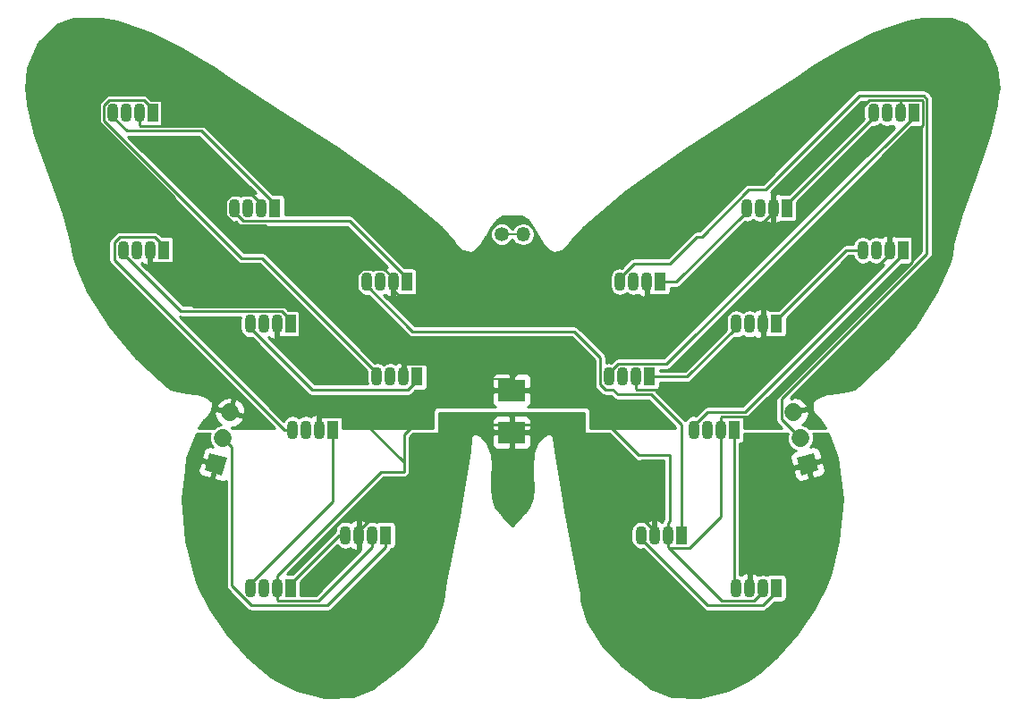
<source format=gtl>
G04 #@! TF.FileFunction,Copper,L1,Top,Signal*
%FSLAX46Y46*%
G04 Gerber Fmt 4.6, Leading zero omitted, Abs format (unit mm)*
G04 Created by KiCad (PCBNEW 4.0.7) date Monday, September 03, 2018 'PMt' 09:38:33 PM*
%MOMM*%
%LPD*%
G01*
G04 APERTURE LIST*
%ADD10C,0.100000*%
%ADD11R,1.070000X1.800000*%
%ADD12O,1.070000X1.800000*%
%ADD13C,1.350000*%
%ADD14O,1.350000X1.350000*%
%ADD15R,2.500000X2.000000*%
%ADD16C,1.700000*%
%ADD17C,0.250000*%
%ADD18C,0.152400*%
%ADD19C,0.254000*%
G04 APERTURE END LIST*
D10*
D11*
X114053006Y-98725640D03*
D12*
X112783006Y-98725640D03*
X111513006Y-98725640D03*
X110243006Y-98725640D03*
D11*
X126053006Y-91725640D03*
D12*
X124783006Y-91725640D03*
X123513006Y-91725640D03*
X122243006Y-91725640D03*
D11*
X138053006Y-82725640D03*
D12*
X136783006Y-82725640D03*
X135513006Y-82725640D03*
X134243006Y-82725640D03*
D11*
X113053006Y-107725640D03*
D12*
X111783006Y-107725640D03*
X110513006Y-107725640D03*
X109243006Y-107725640D03*
D11*
X125053006Y-102725640D03*
D12*
X123783006Y-102725640D03*
X122513006Y-102725640D03*
X121243006Y-102725640D03*
D11*
X137053006Y-95725640D03*
D12*
X135783006Y-95725640D03*
X134513006Y-95725640D03*
X133243006Y-95725640D03*
D11*
X121053006Y-112725640D03*
D12*
X119783006Y-112725640D03*
X118513006Y-112725640D03*
X117243006Y-112725640D03*
D11*
X125053006Y-127725640D03*
D12*
X123783006Y-127725640D03*
X122513006Y-127725640D03*
X121243006Y-127725640D03*
D11*
X116053006Y-122725640D03*
D12*
X114783006Y-122725640D03*
X113513006Y-122725640D03*
X112243006Y-122725640D03*
D11*
X90053006Y-98725640D03*
D12*
X88783006Y-98725640D03*
X87513006Y-98725640D03*
X86243006Y-98725640D03*
D11*
X77553006Y-91725640D03*
D12*
X76283006Y-91725640D03*
X75013006Y-91725640D03*
X73743006Y-91725640D03*
D11*
X66053006Y-82725640D03*
D12*
X64783006Y-82725640D03*
X63513006Y-82725640D03*
X62243006Y-82725640D03*
D11*
X91053006Y-107725640D03*
D12*
X89783006Y-107725640D03*
X88513006Y-107725640D03*
X87243006Y-107725640D03*
D11*
X79053006Y-102725640D03*
D12*
X77783006Y-102725640D03*
X76513006Y-102725640D03*
X75243006Y-102725640D03*
D11*
X67053006Y-95725640D03*
D12*
X65783006Y-95725640D03*
X64513006Y-95725640D03*
X63243006Y-95725640D03*
D11*
X83053006Y-112725640D03*
D12*
X81783006Y-112725640D03*
X80513006Y-112725640D03*
X79243006Y-112725640D03*
D11*
X79053006Y-127725640D03*
D12*
X77783006Y-127725640D03*
X76513006Y-127725640D03*
X75243006Y-127725640D03*
D11*
X88053006Y-122725640D03*
D12*
X86783006Y-122725640D03*
X85513006Y-122725640D03*
X84243006Y-122725640D03*
D13*
X99053006Y-94225640D03*
D14*
X101053006Y-94225640D03*
D15*
X100000000Y-113000000D03*
X100000000Y-109000000D03*
D10*
G36*
X128601041Y-114958967D02*
X129041033Y-116601041D01*
X127398959Y-117041033D01*
X126958967Y-115398959D01*
X128601041Y-114958967D01*
X128601041Y-114958967D01*
G37*
D16*
X127342600Y-113546548D02*
X127342600Y-113546548D01*
X126685199Y-111093097D02*
X126685199Y-111093097D01*
D10*
G36*
X73041033Y-115398959D02*
X72601041Y-117041033D01*
X70958967Y-116601041D01*
X71398959Y-114958967D01*
X73041033Y-115398959D01*
X73041033Y-115398959D01*
G37*
D16*
X72657400Y-113546548D02*
X72657400Y-113546548D01*
X73314801Y-111093097D02*
X73314801Y-111093097D01*
D17*
X104953007Y-113800641D02*
X113513006Y-122360640D01*
X87853018Y-121050628D02*
X86823018Y-121050628D01*
X86823018Y-121050628D02*
X85513006Y-122360640D01*
X92428006Y-116725640D02*
X92178006Y-116725640D01*
X92178006Y-116725640D02*
X87853018Y-121050628D01*
X85513006Y-122360640D02*
X85513006Y-122725640D01*
X95378007Y-113775639D02*
X92428006Y-116725640D01*
X95378007Y-113264228D02*
X95378007Y-113775639D01*
X102603017Y-112275629D02*
X96366606Y-112275629D01*
X96366606Y-112275629D02*
X95378007Y-113264228D01*
X103553006Y-111325640D02*
X102603017Y-112275629D01*
X103553006Y-112560642D02*
X103553006Y-111325640D01*
X87513006Y-99090640D02*
X87513006Y-98725640D01*
X103553006Y-112560642D02*
X104793005Y-113800641D01*
X104793005Y-113800641D02*
X104953007Y-113800641D01*
X113513006Y-122360640D02*
X113513006Y-122725640D01*
X111513006Y-99090640D02*
X111513006Y-98725640D01*
X74378719Y-83950641D02*
X64858007Y-83950641D01*
X77582488Y-87154411D02*
X74378719Y-83950641D01*
X93053006Y-99475640D02*
X93053006Y-99350640D01*
X80856777Y-87154411D02*
X77582488Y-87154411D01*
X93053006Y-99350640D02*
X80856777Y-87154411D01*
X112053006Y-115175640D02*
X107103006Y-110225640D01*
X86783006Y-121975638D02*
X86783006Y-122725640D01*
D18*
X100053006Y-107975640D02*
X97455406Y-107975640D01*
X97455406Y-107975640D02*
X95205406Y-110225640D01*
X95205406Y-110225640D02*
X94053006Y-110225640D01*
X106053006Y-110225640D02*
X106053006Y-107975640D01*
X106053006Y-107975640D02*
X104900606Y-106823240D01*
X101205406Y-106823240D02*
X100053006Y-107975640D01*
X104900606Y-106823240D02*
X101205406Y-106823240D01*
D17*
X114783006Y-122725640D02*
X114783006Y-121575640D01*
X114783006Y-121575640D02*
X114978007Y-121380639D01*
X114978007Y-121380639D02*
X114978007Y-115165639D01*
X114978007Y-115165639D02*
X114913007Y-115100639D01*
X114913007Y-115100639D02*
X112128007Y-115100639D01*
X112128007Y-115100639D02*
X112053006Y-115175640D01*
X107103006Y-110225640D02*
X106053006Y-110225640D01*
X77783006Y-127725640D02*
X77783006Y-126575640D01*
X77783006Y-126575640D02*
X87633006Y-116725640D01*
X87633006Y-116725640D02*
X89803006Y-116725640D01*
X86783006Y-122725640D02*
X86783006Y-123875640D01*
X86783006Y-123875640D02*
X81708005Y-128950641D01*
X81708005Y-128950641D02*
X77858007Y-128950641D01*
X77858007Y-128950641D02*
X77783006Y-128875640D01*
X77783006Y-128875640D02*
X77783006Y-127725640D01*
X89803006Y-116725640D02*
X89803006Y-115850640D01*
X89803006Y-115850640D02*
X85453005Y-111500639D01*
X85453005Y-111500639D02*
X81858007Y-111500639D01*
X81858007Y-111500639D02*
X81783006Y-111575640D01*
X81783006Y-111575640D02*
X81783006Y-112725640D01*
X79377985Y-101050619D02*
X79913007Y-101585641D01*
X79913007Y-101585641D02*
X79913007Y-103885641D01*
X79913007Y-103885641D02*
X79848007Y-103950641D01*
X77858007Y-103950641D02*
X77783006Y-103875640D01*
X79848007Y-103950641D02*
X77858007Y-103950641D01*
X77783006Y-103875640D02*
X77783006Y-102725640D01*
X65783006Y-96875640D02*
X69957986Y-101050619D01*
X69957986Y-101050619D02*
X79377985Y-101050619D01*
X68053006Y-90753287D02*
X68053006Y-96745642D01*
X68053006Y-96745642D02*
X67848007Y-96950641D01*
X67848007Y-96950641D02*
X65858007Y-96950641D01*
X65858007Y-96950641D02*
X65783006Y-96875640D01*
X65783006Y-96875640D02*
X65783006Y-95725640D01*
X60932987Y-83633268D02*
X68053006Y-90753287D01*
X64858007Y-83950641D02*
X66848007Y-83950641D01*
X66848007Y-83950641D02*
X66913007Y-83885641D01*
X66913007Y-83885641D02*
X66913007Y-81565639D01*
X66913007Y-81565639D02*
X66848007Y-81500639D01*
X66848007Y-81500639D02*
X65829415Y-81500639D01*
X65829415Y-81500639D02*
X65379396Y-81050620D01*
X65379396Y-81050620D02*
X61700378Y-81050621D01*
X61700378Y-81050621D02*
X60932986Y-81818013D01*
X60932986Y-81818013D02*
X60932987Y-83633268D01*
X64858007Y-83950641D02*
X64783006Y-83875640D01*
X64783006Y-83875640D02*
X64783006Y-82725640D01*
X89783006Y-106575640D02*
X76608027Y-93400661D01*
X76608027Y-93400661D02*
X73836790Y-93400661D01*
X76283006Y-91360640D02*
X76283006Y-91725640D01*
X73836790Y-93400661D02*
X72882996Y-92446867D01*
X72882996Y-92446867D02*
X72882996Y-91004413D01*
X72882996Y-91004413D02*
X73386779Y-90500630D01*
X73386779Y-90500630D02*
X75422996Y-90500630D01*
X75422996Y-90500630D02*
X76283006Y-91360640D01*
X94053006Y-110225640D02*
X94053006Y-107975640D01*
X94053006Y-107975640D02*
X92578005Y-106500639D01*
X92578005Y-106500639D02*
X89858007Y-106500639D01*
X89783006Y-106575640D02*
X89783006Y-107725640D01*
X89858007Y-106500639D02*
X89783006Y-106575640D01*
X94053006Y-110225640D02*
X94053006Y-108116877D01*
X94053006Y-108116877D02*
X85382996Y-99446867D01*
X85382996Y-99446867D02*
X85382996Y-98004413D01*
X85382996Y-98004413D02*
X85886779Y-97500630D01*
X85886779Y-97500630D02*
X87922996Y-97500630D01*
X87922996Y-97500630D02*
X88783006Y-98360640D01*
X88783006Y-98360640D02*
X88783006Y-98725640D01*
X124783006Y-91725640D02*
X124783006Y-92090640D01*
X124783006Y-92090640D02*
X116923005Y-99950641D01*
X116923005Y-99950641D02*
X112858007Y-99950641D01*
X112858007Y-99950641D02*
X112783006Y-99875640D01*
X112783006Y-99875640D02*
X112783006Y-98725640D01*
X136783006Y-81575640D02*
X136707996Y-81500630D01*
X136707996Y-81500630D02*
X133858016Y-81500630D01*
X133858016Y-81500630D02*
X124783006Y-90575640D01*
X124783006Y-90575640D02*
X124783006Y-91725640D01*
X135783006Y-95725640D02*
X135783006Y-87015642D01*
X135783006Y-87015642D02*
X138913007Y-83885641D01*
X138913007Y-83885641D02*
X138913007Y-81565639D01*
X138913007Y-81565639D02*
X138848007Y-81500639D01*
X138848007Y-81500639D02*
X136858007Y-81500639D01*
X136858007Y-81500639D02*
X136783006Y-81575640D01*
X136783006Y-81575640D02*
X136783006Y-82725640D01*
X123783006Y-103875640D02*
X118708005Y-108950641D01*
X118708005Y-108950641D02*
X111858007Y-108950641D01*
X111858007Y-108950641D02*
X111783006Y-108875640D01*
X111783006Y-108875640D02*
X111783006Y-107725640D01*
X135783006Y-95725640D02*
X135783006Y-96090640D01*
X135783006Y-96090640D02*
X127923005Y-103950641D01*
X127923005Y-103950641D02*
X123858007Y-103950641D01*
X123858007Y-103950641D02*
X123783006Y-103875640D01*
X123783006Y-103875640D02*
X123783006Y-102725640D01*
X137913007Y-92865639D02*
X137493007Y-92865639D01*
X135783006Y-94575640D02*
X135783006Y-95725640D01*
X137493007Y-92865639D02*
X135783006Y-94575640D01*
X123298012Y-111500636D02*
X137913007Y-96885641D01*
X119783006Y-112725640D02*
X119783006Y-111575640D01*
X119783006Y-111575640D02*
X119858008Y-111500638D01*
X119858008Y-111500638D02*
X123298012Y-111500636D01*
X137913007Y-96885641D02*
X137913007Y-92865639D01*
X114783006Y-123875640D02*
X114858007Y-123950641D01*
X114858007Y-123950641D02*
X116848007Y-123950641D01*
X116848007Y-123950641D02*
X119783006Y-121015642D01*
X119783006Y-121015642D02*
X119783006Y-112725640D01*
X122922996Y-128950650D02*
X123783006Y-128090640D01*
X114783006Y-122725640D02*
X114783006Y-123875640D01*
X114783006Y-123875640D02*
X119858016Y-128950650D01*
X119858016Y-128950650D02*
X122922996Y-128950650D01*
X123783006Y-128090640D02*
X123783006Y-127725640D01*
X114783006Y-122725640D02*
X114783006Y-122360640D01*
X89803006Y-116725640D02*
X89803006Y-113225640D01*
X89803006Y-113225640D02*
X92803006Y-110225640D01*
X92803006Y-110225640D02*
X94053006Y-110225640D01*
X93053006Y-99475640D02*
X92178006Y-99475640D01*
X92178006Y-99475640D02*
X91703005Y-99950641D01*
X91703005Y-99950641D02*
X89258005Y-99950641D01*
X89258005Y-99950641D02*
X88783006Y-99475642D01*
X88783006Y-99475642D02*
X88783006Y-98725640D01*
X114053006Y-98725640D02*
X115608006Y-98725640D01*
X115608006Y-98725640D02*
X122243006Y-92090640D01*
X122243006Y-92090640D02*
X122243006Y-91725640D01*
D19*
X115000000Y-97000000D02*
X111603646Y-97000000D01*
X111603646Y-97000000D02*
X110243006Y-98360640D01*
X117548103Y-94451897D02*
X115000000Y-97000000D01*
X118000000Y-94451897D02*
X117548103Y-94451897D01*
X124000000Y-90000000D02*
X122451897Y-90000000D01*
X122451897Y-90000000D02*
X118000000Y-94451897D01*
X132903771Y-81096229D02*
X124000000Y-90000000D01*
X127342600Y-113546548D02*
X125555798Y-111759746D01*
X125555798Y-111759746D02*
X125555798Y-109814772D01*
X125555798Y-109814772D02*
X139317416Y-96053154D01*
X139317416Y-96053154D02*
X139317416Y-81398126D01*
X139317416Y-81398126D02*
X139015519Y-81096229D01*
X139015519Y-81096229D02*
X132903771Y-81096229D01*
D17*
X110243006Y-98360640D02*
X110243006Y-98725640D01*
X126053006Y-91725640D02*
X126053006Y-91360640D01*
X126053006Y-91360640D02*
X134243006Y-83170640D01*
X134243006Y-83170640D02*
X134243006Y-82725640D01*
X138053006Y-82725640D02*
X138053006Y-83090640D01*
X138053006Y-83090640D02*
X114643016Y-106500630D01*
X114643016Y-106500630D02*
X110103016Y-106500630D01*
X110103016Y-106500630D02*
X109243006Y-107360640D01*
X109243006Y-107360640D02*
X109243006Y-107725640D01*
X113053006Y-107725640D02*
X116608006Y-107725640D01*
X116608006Y-107725640D02*
X121243006Y-103090640D01*
X121243006Y-103090640D02*
X121243006Y-102725640D01*
X125053006Y-102725640D02*
X125053006Y-102360640D01*
X125053006Y-102360640D02*
X131688006Y-95725640D01*
X131688006Y-95725640D02*
X133243006Y-95725640D01*
X137053006Y-95725640D02*
X137053006Y-96090640D01*
X117243006Y-112360640D02*
X117243006Y-112725640D01*
X118553018Y-111050628D02*
X117243006Y-112360640D01*
X122093018Y-111050628D02*
X118553018Y-111050628D01*
X137053006Y-96090640D02*
X122093018Y-111050628D01*
X121053006Y-112725640D02*
X121053006Y-127535640D01*
X121053006Y-127535640D02*
X121243006Y-127725640D01*
X112243006Y-123090640D02*
X112243006Y-122725640D01*
X125053006Y-128090640D02*
X123742985Y-129400661D01*
X123742985Y-129400661D02*
X118553027Y-129400661D01*
X125053006Y-127725640D02*
X125053006Y-128090640D01*
X118553027Y-129400661D02*
X112243006Y-123090640D01*
X90583007Y-103430641D02*
X86243006Y-99090640D01*
X86243006Y-99090640D02*
X86243006Y-98725640D01*
X109599233Y-108950650D02*
X108886779Y-108950650D01*
X110049234Y-109400651D02*
X109599233Y-108950650D01*
X105894418Y-103430641D02*
X90583007Y-103430641D01*
X108382996Y-105919219D02*
X105894418Y-103430641D01*
X108382996Y-108446867D02*
X108382996Y-105919219D01*
X113211607Y-109400651D02*
X110049234Y-109400651D01*
X116053006Y-112242050D02*
X113211607Y-109400651D01*
X116053006Y-122725640D02*
X116053006Y-112242050D01*
X108886779Y-108950650D02*
X108382996Y-108446867D01*
X90053006Y-98725640D02*
X90053006Y-98360640D01*
X73743006Y-92090640D02*
X73743006Y-91725640D01*
X90053006Y-98360640D02*
X84643016Y-92950650D01*
X84643016Y-92950650D02*
X74603016Y-92950650D01*
X74603016Y-92950650D02*
X73743006Y-92090640D01*
X77553006Y-91360640D02*
X70593018Y-84400652D01*
X63553018Y-84400652D02*
X62243006Y-83090640D01*
X70593018Y-84400652D02*
X63553018Y-84400652D01*
X77553006Y-91725640D02*
X77553006Y-91360640D01*
X62243006Y-83090640D02*
X62243006Y-82725640D01*
X61886779Y-81500630D02*
X61382996Y-82004413D01*
X66053006Y-82725640D02*
X66053006Y-82360640D01*
X87243006Y-107360640D02*
X87243006Y-107725640D01*
X76383005Y-96500639D02*
X87243006Y-107360640D01*
X61382996Y-82004413D02*
X61382996Y-83446867D01*
X74436768Y-96500639D02*
X76383005Y-96500639D01*
X66053006Y-82360640D02*
X65192996Y-81500630D01*
X61382996Y-83446867D02*
X74436768Y-96500639D01*
X65192996Y-81500630D02*
X61886779Y-81500630D01*
X91053006Y-107725640D02*
X91053006Y-108090640D01*
X91053006Y-108090640D02*
X90192996Y-108950650D01*
X90192996Y-108950650D02*
X81103016Y-108950650D01*
X81103016Y-108950650D02*
X75243006Y-103090640D01*
X75243006Y-103090640D02*
X75243006Y-102725640D01*
X63243006Y-96090640D02*
X63243006Y-95725640D01*
X68652996Y-101500630D02*
X63243006Y-96090640D01*
X78192996Y-101500630D02*
X68652996Y-101500630D01*
X79053006Y-102360640D02*
X78192996Y-101500630D01*
X79053006Y-102725640D02*
X79053006Y-102360640D01*
X67053006Y-95725640D02*
X67053006Y-95360640D01*
X67053006Y-95360640D02*
X66192996Y-94500630D01*
X66192996Y-94500630D02*
X62886779Y-94500630D01*
X62886779Y-94500630D02*
X62382996Y-95004413D01*
X62382996Y-95004413D02*
X62382996Y-96650630D01*
X62382996Y-96650630D02*
X78458006Y-112725640D01*
X78458006Y-112725640D02*
X79243006Y-112725640D01*
X83053006Y-112725640D02*
X83053006Y-119550640D01*
X83053006Y-119550640D02*
X75243006Y-127360640D01*
X75243006Y-127360640D02*
X75243006Y-127725640D01*
X79053006Y-127725640D02*
X79053006Y-127360640D01*
X83688006Y-122725640D02*
X84243006Y-122725640D01*
X79053006Y-127360640D02*
X83688006Y-122725640D01*
D19*
X72657400Y-113546548D02*
X73507399Y-114396547D01*
X73507399Y-114396547D02*
X73507399Y-127506782D01*
X73507399Y-127506782D02*
X75355667Y-129355050D01*
X75355667Y-129355050D02*
X82577596Y-129355050D01*
X82577596Y-129355050D02*
X88053006Y-123879640D01*
X88053006Y-123879640D02*
X88053006Y-122725640D01*
D18*
X101053006Y-94225640D02*
X99053006Y-94225640D01*
D19*
G36*
X75748501Y-90343569D02*
X75545494Y-90443523D01*
X75488357Y-90511749D01*
X75382984Y-90441341D01*
X75013006Y-90367748D01*
X74643028Y-90441341D01*
X74378006Y-90618423D01*
X74112984Y-90441341D01*
X73743006Y-90367748D01*
X73373028Y-90441341D01*
X73059375Y-90650917D01*
X72849799Y-90964570D01*
X72776206Y-91334548D01*
X72776206Y-92116732D01*
X72849799Y-92486710D01*
X73059375Y-92800363D01*
X73373028Y-93009939D01*
X73743006Y-93083532D01*
X73914376Y-93049444D01*
X74209299Y-93344367D01*
X74389938Y-93465066D01*
X74603016Y-93507450D01*
X84412382Y-93507450D01*
X88248501Y-97343569D01*
X88045494Y-97443523D01*
X87988357Y-97511749D01*
X87882984Y-97441341D01*
X87513006Y-97367748D01*
X87143028Y-97441341D01*
X86878006Y-97618423D01*
X86612984Y-97441341D01*
X86243006Y-97367748D01*
X85873028Y-97441341D01*
X85559375Y-97650917D01*
X85349799Y-97964570D01*
X85276206Y-98334548D01*
X85276206Y-99116732D01*
X85349799Y-99486710D01*
X85559375Y-99800363D01*
X85873028Y-100009939D01*
X86243006Y-100083532D01*
X86414376Y-100049444D01*
X90189290Y-103824358D01*
X90369929Y-103945057D01*
X90583007Y-103987441D01*
X105663784Y-103987441D01*
X107826196Y-106149853D01*
X107826196Y-108446867D01*
X107868580Y-108659945D01*
X107989279Y-108840584D01*
X108493062Y-109344367D01*
X108673701Y-109465066D01*
X108886779Y-109507450D01*
X109368599Y-109507450D01*
X109655517Y-109794368D01*
X109836156Y-109915067D01*
X110049234Y-109957451D01*
X112980973Y-109957451D01*
X115496206Y-112472684D01*
X115496206Y-112568200D01*
X107431800Y-112568200D01*
X107431800Y-111000000D01*
X107402270Y-110843059D01*
X107309518Y-110698918D01*
X107167994Y-110602220D01*
X107000000Y-110568200D01*
X101537579Y-110568200D01*
X101609699Y-110538327D01*
X101788327Y-110359698D01*
X101885000Y-110126309D01*
X101885000Y-109285750D01*
X101726250Y-109127000D01*
X100127000Y-109127000D01*
X100127000Y-109147000D01*
X99873000Y-109147000D01*
X99873000Y-109127000D01*
X98273750Y-109127000D01*
X98115000Y-109285750D01*
X98115000Y-110126309D01*
X98211673Y-110359698D01*
X98390301Y-110538327D01*
X98462421Y-110568200D01*
X93000000Y-110568200D01*
X92843059Y-110597730D01*
X92698918Y-110690482D01*
X92602220Y-110832006D01*
X92568200Y-111000000D01*
X92568200Y-112568200D01*
X84028265Y-112568200D01*
X84028265Y-111825640D01*
X83998156Y-111665625D01*
X83903587Y-111518660D01*
X83759291Y-111420067D01*
X83588006Y-111385381D01*
X82518006Y-111385381D01*
X82434388Y-111401115D01*
X82090389Y-111231740D01*
X81910006Y-111357396D01*
X81910006Y-112568200D01*
X81656006Y-112568200D01*
X81656006Y-111357396D01*
X81475623Y-111231740D01*
X81045494Y-111443523D01*
X80988357Y-111511749D01*
X80882984Y-111441341D01*
X80513006Y-111367748D01*
X80143028Y-111441341D01*
X79878006Y-111618423D01*
X79612984Y-111441341D01*
X79243006Y-111367748D01*
X78873028Y-111441341D01*
X78559375Y-111650917D01*
X78403701Y-111883901D01*
X68558417Y-102038617D01*
X68652996Y-102057430D01*
X74331328Y-102057430D01*
X74276206Y-102334548D01*
X74276206Y-103116732D01*
X74349799Y-103486710D01*
X74559375Y-103800363D01*
X74873028Y-104009939D01*
X75243006Y-104083532D01*
X75414376Y-104049444D01*
X80709299Y-109344367D01*
X80889938Y-109465066D01*
X81103016Y-109507450D01*
X90192996Y-109507450D01*
X90406074Y-109465066D01*
X90586713Y-109344367D01*
X90865181Y-109065899D01*
X91588006Y-109065899D01*
X91748021Y-109035790D01*
X91894986Y-108941221D01*
X91993579Y-108796925D01*
X92028265Y-108625640D01*
X92028265Y-107873691D01*
X98115000Y-107873691D01*
X98115000Y-108714250D01*
X98273750Y-108873000D01*
X99873000Y-108873000D01*
X99873000Y-107523750D01*
X100127000Y-107523750D01*
X100127000Y-108873000D01*
X101726250Y-108873000D01*
X101885000Y-108714250D01*
X101885000Y-107873691D01*
X101788327Y-107640302D01*
X101609699Y-107461673D01*
X101376310Y-107365000D01*
X100285750Y-107365000D01*
X100127000Y-107523750D01*
X99873000Y-107523750D01*
X99714250Y-107365000D01*
X98623690Y-107365000D01*
X98390301Y-107461673D01*
X98211673Y-107640302D01*
X98115000Y-107873691D01*
X92028265Y-107873691D01*
X92028265Y-106825640D01*
X91998156Y-106665625D01*
X91903587Y-106518660D01*
X91759291Y-106420067D01*
X91588006Y-106385381D01*
X90518006Y-106385381D01*
X90434388Y-106401115D01*
X90090389Y-106231740D01*
X89910006Y-106357396D01*
X89910006Y-107598640D01*
X89930006Y-107598640D01*
X89930006Y-107852640D01*
X89910006Y-107852640D01*
X89910006Y-107872640D01*
X89656006Y-107872640D01*
X89656006Y-107852640D01*
X89636006Y-107852640D01*
X89636006Y-107598640D01*
X89656006Y-107598640D01*
X89656006Y-106357396D01*
X89475623Y-106231740D01*
X89045494Y-106443523D01*
X88988357Y-106511749D01*
X88882984Y-106441341D01*
X88513006Y-106367748D01*
X88143028Y-106441341D01*
X87878006Y-106618423D01*
X87612984Y-106441341D01*
X87243006Y-106367748D01*
X87071636Y-106401836D01*
X76776722Y-96106922D01*
X76596083Y-95986223D01*
X76383005Y-95943839D01*
X74667402Y-95943839D01*
X63681015Y-84957452D01*
X70362384Y-84957452D01*
X75748501Y-90343569D01*
X75748501Y-90343569D01*
G37*
X75748501Y-90343569D02*
X75545494Y-90443523D01*
X75488357Y-90511749D01*
X75382984Y-90441341D01*
X75013006Y-90367748D01*
X74643028Y-90441341D01*
X74378006Y-90618423D01*
X74112984Y-90441341D01*
X73743006Y-90367748D01*
X73373028Y-90441341D01*
X73059375Y-90650917D01*
X72849799Y-90964570D01*
X72776206Y-91334548D01*
X72776206Y-92116732D01*
X72849799Y-92486710D01*
X73059375Y-92800363D01*
X73373028Y-93009939D01*
X73743006Y-93083532D01*
X73914376Y-93049444D01*
X74209299Y-93344367D01*
X74389938Y-93465066D01*
X74603016Y-93507450D01*
X84412382Y-93507450D01*
X88248501Y-97343569D01*
X88045494Y-97443523D01*
X87988357Y-97511749D01*
X87882984Y-97441341D01*
X87513006Y-97367748D01*
X87143028Y-97441341D01*
X86878006Y-97618423D01*
X86612984Y-97441341D01*
X86243006Y-97367748D01*
X85873028Y-97441341D01*
X85559375Y-97650917D01*
X85349799Y-97964570D01*
X85276206Y-98334548D01*
X85276206Y-99116732D01*
X85349799Y-99486710D01*
X85559375Y-99800363D01*
X85873028Y-100009939D01*
X86243006Y-100083532D01*
X86414376Y-100049444D01*
X90189290Y-103824358D01*
X90369929Y-103945057D01*
X90583007Y-103987441D01*
X105663784Y-103987441D01*
X107826196Y-106149853D01*
X107826196Y-108446867D01*
X107868580Y-108659945D01*
X107989279Y-108840584D01*
X108493062Y-109344367D01*
X108673701Y-109465066D01*
X108886779Y-109507450D01*
X109368599Y-109507450D01*
X109655517Y-109794368D01*
X109836156Y-109915067D01*
X110049234Y-109957451D01*
X112980973Y-109957451D01*
X115496206Y-112472684D01*
X115496206Y-112568200D01*
X107431800Y-112568200D01*
X107431800Y-111000000D01*
X107402270Y-110843059D01*
X107309518Y-110698918D01*
X107167994Y-110602220D01*
X107000000Y-110568200D01*
X101537579Y-110568200D01*
X101609699Y-110538327D01*
X101788327Y-110359698D01*
X101885000Y-110126309D01*
X101885000Y-109285750D01*
X101726250Y-109127000D01*
X100127000Y-109127000D01*
X100127000Y-109147000D01*
X99873000Y-109147000D01*
X99873000Y-109127000D01*
X98273750Y-109127000D01*
X98115000Y-109285750D01*
X98115000Y-110126309D01*
X98211673Y-110359698D01*
X98390301Y-110538327D01*
X98462421Y-110568200D01*
X93000000Y-110568200D01*
X92843059Y-110597730D01*
X92698918Y-110690482D01*
X92602220Y-110832006D01*
X92568200Y-111000000D01*
X92568200Y-112568200D01*
X84028265Y-112568200D01*
X84028265Y-111825640D01*
X83998156Y-111665625D01*
X83903587Y-111518660D01*
X83759291Y-111420067D01*
X83588006Y-111385381D01*
X82518006Y-111385381D01*
X82434388Y-111401115D01*
X82090389Y-111231740D01*
X81910006Y-111357396D01*
X81910006Y-112568200D01*
X81656006Y-112568200D01*
X81656006Y-111357396D01*
X81475623Y-111231740D01*
X81045494Y-111443523D01*
X80988357Y-111511749D01*
X80882984Y-111441341D01*
X80513006Y-111367748D01*
X80143028Y-111441341D01*
X79878006Y-111618423D01*
X79612984Y-111441341D01*
X79243006Y-111367748D01*
X78873028Y-111441341D01*
X78559375Y-111650917D01*
X78403701Y-111883901D01*
X68558417Y-102038617D01*
X68652996Y-102057430D01*
X74331328Y-102057430D01*
X74276206Y-102334548D01*
X74276206Y-103116732D01*
X74349799Y-103486710D01*
X74559375Y-103800363D01*
X74873028Y-104009939D01*
X75243006Y-104083532D01*
X75414376Y-104049444D01*
X80709299Y-109344367D01*
X80889938Y-109465066D01*
X81103016Y-109507450D01*
X90192996Y-109507450D01*
X90406074Y-109465066D01*
X90586713Y-109344367D01*
X90865181Y-109065899D01*
X91588006Y-109065899D01*
X91748021Y-109035790D01*
X91894986Y-108941221D01*
X91993579Y-108796925D01*
X92028265Y-108625640D01*
X92028265Y-107873691D01*
X98115000Y-107873691D01*
X98115000Y-108714250D01*
X98273750Y-108873000D01*
X99873000Y-108873000D01*
X99873000Y-107523750D01*
X100127000Y-107523750D01*
X100127000Y-108873000D01*
X101726250Y-108873000D01*
X101885000Y-108714250D01*
X101885000Y-107873691D01*
X101788327Y-107640302D01*
X101609699Y-107461673D01*
X101376310Y-107365000D01*
X100285750Y-107365000D01*
X100127000Y-107523750D01*
X99873000Y-107523750D01*
X99714250Y-107365000D01*
X98623690Y-107365000D01*
X98390301Y-107461673D01*
X98211673Y-107640302D01*
X98115000Y-107873691D01*
X92028265Y-107873691D01*
X92028265Y-106825640D01*
X91998156Y-106665625D01*
X91903587Y-106518660D01*
X91759291Y-106420067D01*
X91588006Y-106385381D01*
X90518006Y-106385381D01*
X90434388Y-106401115D01*
X90090389Y-106231740D01*
X89910006Y-106357396D01*
X89910006Y-107598640D01*
X89930006Y-107598640D01*
X89930006Y-107852640D01*
X89910006Y-107852640D01*
X89910006Y-107872640D01*
X89656006Y-107872640D01*
X89656006Y-107852640D01*
X89636006Y-107852640D01*
X89636006Y-107598640D01*
X89656006Y-107598640D01*
X89656006Y-106357396D01*
X89475623Y-106231740D01*
X89045494Y-106443523D01*
X88988357Y-106511749D01*
X88882984Y-106441341D01*
X88513006Y-106367748D01*
X88143028Y-106441341D01*
X87878006Y-106618423D01*
X87612984Y-106441341D01*
X87243006Y-106367748D01*
X87071636Y-106401836D01*
X76776722Y-96106922D01*
X76596083Y-95986223D01*
X76383005Y-95943839D01*
X74667402Y-95943839D01*
X63681015Y-84957452D01*
X70362384Y-84957452D01*
X75748501Y-90343569D01*
G36*
X125160667Y-109419641D02*
X125039534Y-109600928D01*
X124996998Y-109814772D01*
X124996998Y-111759746D01*
X125039534Y-111973590D01*
X125117583Y-112090397D01*
X125160667Y-112154877D01*
X125573990Y-112568200D01*
X122028265Y-112568200D01*
X122028265Y-111825640D01*
X121998156Y-111665625D01*
X121960707Y-111607428D01*
X122093018Y-111607428D01*
X122306096Y-111565044D01*
X122486735Y-111444345D01*
X136865181Y-97065899D01*
X137514409Y-97065899D01*
X125160667Y-109419641D01*
X125160667Y-109419641D01*
G37*
X125160667Y-109419641D02*
X125039534Y-109600928D01*
X124996998Y-109814772D01*
X124996998Y-111759746D01*
X125039534Y-111973590D01*
X125117583Y-112090397D01*
X125160667Y-112154877D01*
X125573990Y-112568200D01*
X122028265Y-112568200D01*
X122028265Y-111825640D01*
X121998156Y-111665625D01*
X121960707Y-111607428D01*
X122093018Y-111607428D01*
X122306096Y-111565044D01*
X122486735Y-111444345D01*
X136865181Y-97065899D01*
X137514409Y-97065899D01*
X125160667Y-109419641D01*
G36*
X62647434Y-74041500D02*
X65784954Y-75141903D01*
X68802886Y-76660290D01*
X70983792Y-77936247D01*
X71691073Y-78367797D01*
X73119255Y-79376660D01*
X73128256Y-79380665D01*
X73135320Y-79387530D01*
X77586419Y-82270430D01*
X77587710Y-82270943D01*
X77588708Y-82271902D01*
X83545542Y-86082464D01*
X89271646Y-90158830D01*
X93270853Y-93583054D01*
X94428769Y-94806828D01*
X94546341Y-95002700D01*
X94578537Y-95038176D01*
X94603271Y-95079206D01*
X95184671Y-95717406D01*
X95237709Y-95756532D01*
X95285734Y-95801662D01*
X95312727Y-95811873D01*
X95335951Y-95829005D01*
X95399918Y-95844855D01*
X95461564Y-95868174D01*
X96055664Y-95967274D01*
X96081402Y-95966474D01*
X96106313Y-95972989D01*
X96174628Y-95963577D01*
X96243563Y-95961435D01*
X96267037Y-95950846D01*
X96292543Y-95947332D01*
X96352056Y-95912494D01*
X96414923Y-95884135D01*
X96432556Y-95865371D01*
X96454779Y-95852362D01*
X96970179Y-95394862D01*
X97012012Y-95339660D01*
X97059376Y-95289132D01*
X97552577Y-94496732D01*
X97555176Y-94489835D01*
X97560051Y-94484310D01*
X97583005Y-94444830D01*
X97946015Y-94444830D01*
X98114160Y-94851773D01*
X98425236Y-95163392D01*
X98831884Y-95332247D01*
X99272196Y-95332631D01*
X99679139Y-95164486D01*
X99990758Y-94853410D01*
X100040491Y-94733640D01*
X100072393Y-94733640D01*
X100270380Y-95029949D01*
X100629452Y-95269873D01*
X101053006Y-95354123D01*
X101476560Y-95269873D01*
X101835632Y-95029949D01*
X102075556Y-94670877D01*
X102159806Y-94247323D01*
X102159806Y-94203957D01*
X102075556Y-93780403D01*
X101835632Y-93421331D01*
X101476560Y-93181407D01*
X101053006Y-93097157D01*
X100629452Y-93181407D01*
X100270380Y-93421331D01*
X100072393Y-93717640D01*
X100040663Y-93717640D01*
X99991852Y-93599507D01*
X99680776Y-93287888D01*
X99274128Y-93119033D01*
X98833816Y-93118649D01*
X98426873Y-93286794D01*
X98115254Y-93597870D01*
X97946399Y-94004518D01*
X97946015Y-94444830D01*
X97583005Y-94444830D01*
X98070394Y-93606555D01*
X98611650Y-92906593D01*
X99176421Y-92561380D01*
X99782845Y-92566026D01*
X99784692Y-92565673D01*
X99786536Y-92566040D01*
X100319476Y-92566040D01*
X100321320Y-92565673D01*
X100323167Y-92566026D01*
X100929591Y-92561380D01*
X101494362Y-92906593D01*
X102035618Y-93606555D01*
X102545961Y-94484310D01*
X102550837Y-94489837D01*
X102553436Y-94496732D01*
X103046636Y-95289132D01*
X103093998Y-95339658D01*
X103135833Y-95394862D01*
X103651233Y-95852361D01*
X103673454Y-95865369D01*
X103691089Y-95884135D01*
X103753957Y-95912494D01*
X103813469Y-95947332D01*
X103838976Y-95950846D01*
X103862450Y-95961435D01*
X103931383Y-95963577D01*
X103999698Y-95972989D01*
X104024609Y-95966474D01*
X104050348Y-95967274D01*
X104644449Y-95868174D01*
X104706092Y-95844856D01*
X104770061Y-95829006D01*
X104793286Y-95811873D01*
X104820279Y-95801662D01*
X104868304Y-95756532D01*
X104921341Y-95717406D01*
X105502740Y-95079206D01*
X105527474Y-95038178D01*
X105559671Y-95002700D01*
X105677243Y-94806828D01*
X106835154Y-93583060D01*
X110834360Y-90158836D01*
X116560478Y-86082457D01*
X122517304Y-82271903D01*
X122518304Y-82270942D01*
X122519592Y-82270430D01*
X126970692Y-79387530D01*
X126977756Y-79380665D01*
X126986757Y-79376660D01*
X128414943Y-78367794D01*
X129122219Y-77936247D01*
X131303133Y-76660286D01*
X134321058Y-75141903D01*
X137458578Y-74041500D01*
X138851490Y-73787000D01*
X141637484Y-73787000D01*
X143030114Y-74363940D01*
X144861784Y-76110994D01*
X145915429Y-78458569D01*
X146107755Y-80401040D01*
X145999886Y-80996219D01*
X146000245Y-81017282D01*
X145994238Y-81037473D01*
X145906488Y-81979906D01*
X145224275Y-84818233D01*
X143929646Y-88528337D01*
X142574769Y-92250335D01*
X142571938Y-92268721D01*
X142563528Y-92285311D01*
X141761488Y-95151611D01*
X141759186Y-95181647D01*
X141748993Y-95209994D01*
X141607498Y-96153619D01*
X141358776Y-97031195D01*
X140205074Y-99679239D01*
X138163558Y-102939752D01*
X135646378Y-105885752D01*
X133545343Y-107891621D01*
X132805435Y-108508211D01*
X132759251Y-108565357D01*
X132708285Y-108618288D01*
X132684624Y-108655191D01*
X132405178Y-108832117D01*
X131718901Y-109042249D01*
X130846422Y-109187902D01*
X129960357Y-109319573D01*
X129936882Y-109327979D01*
X129911986Y-109329316D01*
X129188585Y-109514016D01*
X129104527Y-109554241D01*
X129020345Y-109594169D01*
X128606945Y-109901469D01*
X128568969Y-109943462D01*
X128524859Y-109978966D01*
X128506507Y-110012530D01*
X128480852Y-110040898D01*
X128461836Y-110094227D01*
X128434671Y-110143909D01*
X128430560Y-110181940D01*
X128417714Y-110217967D01*
X128420554Y-110274515D01*
X128414469Y-110330809D01*
X128458569Y-110826810D01*
X128471130Y-110869678D01*
X128474566Y-110914210D01*
X128497303Y-110959003D01*
X128511429Y-111007214D01*
X128539436Y-111042010D01*
X128559654Y-111081840D01*
X129025355Y-111674440D01*
X129055267Y-111700067D01*
X129078550Y-111731844D01*
X129220758Y-111862247D01*
X129710017Y-112568200D01*
X128165369Y-112568200D01*
X128007772Y-112429988D01*
X127545343Y-112273005D01*
X127845862Y-112019443D01*
X128112008Y-111504763D01*
X128169928Y-111064745D01*
X127993241Y-110874088D01*
X126840742Y-111182900D01*
X126845918Y-111202218D01*
X126600572Y-111267959D01*
X126595396Y-111248640D01*
X126576078Y-111253816D01*
X126510337Y-111008470D01*
X126529656Y-111003294D01*
X126524480Y-110983976D01*
X126769826Y-110918235D01*
X126775002Y-110937554D01*
X127927501Y-110628743D01*
X127985188Y-110375286D01*
X127715019Y-110023179D01*
X127227189Y-109710527D01*
X126656846Y-109608358D01*
X126466020Y-109784412D01*
X126447085Y-109713747D01*
X139712547Y-96448285D01*
X139793663Y-96326887D01*
X139833680Y-96266998D01*
X139876216Y-96053154D01*
X139876216Y-81398126D01*
X139833680Y-81184282D01*
X139712547Y-81002995D01*
X139410650Y-80701098D01*
X139343194Y-80656025D01*
X139229363Y-80579965D01*
X139015519Y-80537429D01*
X132903771Y-80537429D01*
X132689928Y-80579964D01*
X132508640Y-80701098D01*
X123768538Y-89441200D01*
X122451897Y-89441200D01*
X122238053Y-89483736D01*
X122056766Y-89604869D01*
X117768538Y-93893097D01*
X117548103Y-93893097D01*
X117334259Y-93935633D01*
X117228275Y-94006450D01*
X117152972Y-94056766D01*
X114768538Y-96441200D01*
X111603646Y-96441200D01*
X111389803Y-96483735D01*
X111208515Y-96604868D01*
X110412017Y-97401366D01*
X110243006Y-97367748D01*
X109873028Y-97441341D01*
X109559375Y-97650917D01*
X109349799Y-97964570D01*
X109276206Y-98334548D01*
X109276206Y-99116732D01*
X109349799Y-99486710D01*
X109559375Y-99800363D01*
X109873028Y-100009939D01*
X110243006Y-100083532D01*
X110612984Y-100009939D01*
X110878006Y-99832857D01*
X111143028Y-100009939D01*
X111513006Y-100083532D01*
X111882984Y-100009939D01*
X111988357Y-99939531D01*
X112045494Y-100007757D01*
X112475623Y-100219540D01*
X112656006Y-100093884D01*
X112656006Y-98852640D01*
X112636006Y-98852640D01*
X112636006Y-98598640D01*
X112656006Y-98598640D01*
X112656006Y-98578640D01*
X112910006Y-98578640D01*
X112910006Y-98598640D01*
X112930006Y-98598640D01*
X112930006Y-98852640D01*
X112910006Y-98852640D01*
X112910006Y-100093884D01*
X113090389Y-100219540D01*
X113436113Y-100049315D01*
X113518006Y-100065899D01*
X114588006Y-100065899D01*
X114748021Y-100035790D01*
X114894986Y-99941221D01*
X114993579Y-99796925D01*
X115028265Y-99625640D01*
X115028265Y-99282440D01*
X115608006Y-99282440D01*
X115821084Y-99240056D01*
X116001723Y-99119357D01*
X122071636Y-93049444D01*
X122243006Y-93083532D01*
X122612984Y-93009939D01*
X122878006Y-92832857D01*
X123143028Y-93009939D01*
X123513006Y-93083532D01*
X123882984Y-93009939D01*
X123988357Y-92939531D01*
X124045494Y-93007757D01*
X124475623Y-93219540D01*
X124656006Y-93093884D01*
X124656006Y-91852640D01*
X124636006Y-91852640D01*
X124636006Y-91598640D01*
X124656006Y-91598640D01*
X124656006Y-90357396D01*
X124524485Y-90265777D01*
X133135233Y-81655029D01*
X133556627Y-81655029D01*
X133349799Y-81964570D01*
X133276206Y-82334548D01*
X133276206Y-83116732D01*
X133314909Y-83311303D01*
X126240831Y-90385381D01*
X125518006Y-90385381D01*
X125434388Y-90401115D01*
X125090389Y-90231740D01*
X124910006Y-90357396D01*
X124910006Y-91598640D01*
X124930006Y-91598640D01*
X124930006Y-91852640D01*
X124910006Y-91852640D01*
X124910006Y-93093884D01*
X125090389Y-93219540D01*
X125436113Y-93049315D01*
X125518006Y-93065899D01*
X126588006Y-93065899D01*
X126748021Y-93035790D01*
X126894986Y-92941221D01*
X126993579Y-92796925D01*
X127028265Y-92625640D01*
X127028265Y-91172815D01*
X134138363Y-84062717D01*
X134243006Y-84083532D01*
X134612984Y-84009939D01*
X134878006Y-83832857D01*
X135143028Y-84009939D01*
X135513006Y-84083532D01*
X135882984Y-84009939D01*
X135988357Y-83939531D01*
X136045494Y-84007757D01*
X136248501Y-84107711D01*
X114412382Y-105943830D01*
X110103016Y-105943830D01*
X109889938Y-105986214D01*
X109709299Y-106106913D01*
X109414376Y-106401836D01*
X109243006Y-106367748D01*
X108939796Y-106428060D01*
X108939796Y-105919219D01*
X108897412Y-105706141D01*
X108776713Y-105525502D01*
X106288135Y-103036924D01*
X106107496Y-102916225D01*
X105894418Y-102873841D01*
X90813641Y-102873841D01*
X87923001Y-99983201D01*
X87988357Y-99939531D01*
X88045494Y-100007757D01*
X88475623Y-100219540D01*
X88656006Y-100093884D01*
X88656006Y-98852640D01*
X88636006Y-98852640D01*
X88636006Y-98598640D01*
X88656006Y-98598640D01*
X88656006Y-98578640D01*
X88910006Y-98578640D01*
X88910006Y-98598640D01*
X88930006Y-98598640D01*
X88930006Y-98852640D01*
X88910006Y-98852640D01*
X88910006Y-100093884D01*
X89090389Y-100219540D01*
X89436113Y-100049315D01*
X89518006Y-100065899D01*
X90588006Y-100065899D01*
X90748021Y-100035790D01*
X90894986Y-99941221D01*
X90993579Y-99796925D01*
X91028265Y-99625640D01*
X91028265Y-97825640D01*
X90998156Y-97665625D01*
X90903587Y-97518660D01*
X90759291Y-97420067D01*
X90588006Y-97385381D01*
X89865181Y-97385381D01*
X85036733Y-92556933D01*
X84856094Y-92436234D01*
X84643016Y-92393850D01*
X78528265Y-92393850D01*
X78528265Y-90825640D01*
X78498156Y-90665625D01*
X78403587Y-90518660D01*
X78259291Y-90420067D01*
X78088006Y-90385381D01*
X77365181Y-90385381D01*
X70986735Y-84006935D01*
X70806096Y-83886236D01*
X70593018Y-83843852D01*
X66961515Y-83843852D01*
X66993579Y-83796925D01*
X67028265Y-83625640D01*
X67028265Y-81825640D01*
X66998156Y-81665625D01*
X66903587Y-81518660D01*
X66759291Y-81420067D01*
X66588006Y-81385381D01*
X65865181Y-81385381D01*
X65586713Y-81106913D01*
X65406074Y-80986214D01*
X65192996Y-80943830D01*
X61886779Y-80943830D01*
X61673701Y-80986214D01*
X61493062Y-81106913D01*
X60989279Y-81610696D01*
X60868580Y-81791335D01*
X60826196Y-82004413D01*
X60826196Y-83446867D01*
X60868580Y-83659945D01*
X60989279Y-83840584D01*
X74043051Y-96894356D01*
X74223690Y-97015055D01*
X74436768Y-97057439D01*
X76152371Y-97057439D01*
X86301636Y-107206704D01*
X86276206Y-107334548D01*
X86276206Y-108116732D01*
X86331328Y-108393850D01*
X81333650Y-108393850D01*
X76923001Y-103983201D01*
X76988357Y-103939531D01*
X77045494Y-104007757D01*
X77475623Y-104219540D01*
X77656006Y-104093884D01*
X77656006Y-102852640D01*
X77636006Y-102852640D01*
X77636006Y-102598640D01*
X77656006Y-102598640D01*
X77656006Y-102578640D01*
X77910006Y-102578640D01*
X77910006Y-102598640D01*
X77930006Y-102598640D01*
X77930006Y-102852640D01*
X77910006Y-102852640D01*
X77910006Y-104093884D01*
X78090389Y-104219540D01*
X78436113Y-104049315D01*
X78518006Y-104065899D01*
X79588006Y-104065899D01*
X79748021Y-104035790D01*
X79894986Y-103941221D01*
X79993579Y-103796925D01*
X80028265Y-103625640D01*
X80028265Y-101825640D01*
X79998156Y-101665625D01*
X79903587Y-101518660D01*
X79759291Y-101420067D01*
X79588006Y-101385381D01*
X78865181Y-101385381D01*
X78586713Y-101106913D01*
X78406074Y-100986214D01*
X78192996Y-100943830D01*
X68883630Y-100943830D01*
X64923001Y-96983201D01*
X64988357Y-96939531D01*
X65045494Y-97007757D01*
X65475623Y-97219540D01*
X65656006Y-97093884D01*
X65656006Y-95852640D01*
X65636006Y-95852640D01*
X65636006Y-95598640D01*
X65656006Y-95598640D01*
X65656006Y-95578640D01*
X65910006Y-95578640D01*
X65910006Y-95598640D01*
X65930006Y-95598640D01*
X65930006Y-95852640D01*
X65910006Y-95852640D01*
X65910006Y-97093884D01*
X66090389Y-97219540D01*
X66436113Y-97049315D01*
X66518006Y-97065899D01*
X67588006Y-97065899D01*
X67748021Y-97035790D01*
X67894986Y-96941221D01*
X67993579Y-96796925D01*
X68028265Y-96625640D01*
X68028265Y-94825640D01*
X67998156Y-94665625D01*
X67903587Y-94518660D01*
X67759291Y-94420067D01*
X67588006Y-94385381D01*
X66865181Y-94385381D01*
X66586713Y-94106913D01*
X66406074Y-93986214D01*
X66192996Y-93943830D01*
X62886779Y-93943830D01*
X62673701Y-93986214D01*
X62493062Y-94106913D01*
X61989279Y-94610696D01*
X61868580Y-94791335D01*
X61826196Y-95004413D01*
X61826196Y-96650630D01*
X61868580Y-96863708D01*
X61989279Y-97044347D01*
X77513132Y-112568200D01*
X73490090Y-112568200D01*
X73469745Y-112545001D01*
X73856791Y-112475667D01*
X74344621Y-112163015D01*
X74614790Y-111810908D01*
X74557103Y-111557451D01*
X73404604Y-111248640D01*
X73399428Y-111267959D01*
X73154082Y-111202218D01*
X73159258Y-111182900D01*
X72488962Y-111003294D01*
X73470344Y-111003294D01*
X74622843Y-111312106D01*
X74799530Y-111121449D01*
X74741610Y-110681431D01*
X74475464Y-110166751D01*
X74032616Y-109793099D01*
X73779327Y-109850154D01*
X73470344Y-111003294D01*
X72488962Y-111003294D01*
X72006759Y-110874088D01*
X71830072Y-111064745D01*
X71887992Y-111504763D01*
X72154138Y-112019443D01*
X72454657Y-112273005D01*
X71992228Y-112429987D01*
X71834630Y-112568200D01*
X70395995Y-112568200D01*
X70885254Y-111862247D01*
X71027462Y-111731844D01*
X71050743Y-111700069D01*
X71080658Y-111674440D01*
X71546358Y-111081840D01*
X71566576Y-111042009D01*
X71594583Y-111007214D01*
X71608708Y-110959007D01*
X71631447Y-110914210D01*
X71634883Y-110869674D01*
X71647443Y-110826809D01*
X71687588Y-110375286D01*
X72014812Y-110375286D01*
X72072499Y-110628743D01*
X73224998Y-110937554D01*
X73533982Y-109784414D01*
X73343154Y-109608358D01*
X72772811Y-109710527D01*
X72284981Y-110023179D01*
X72014812Y-110375286D01*
X71687588Y-110375286D01*
X71691543Y-110330809D01*
X71685458Y-110274514D01*
X71688298Y-110217967D01*
X71675452Y-110181940D01*
X71671341Y-110143908D01*
X71644177Y-110094228D01*
X71625161Y-110040898D01*
X71599504Y-110012528D01*
X71581153Y-109978966D01*
X71537043Y-109943462D01*
X71499067Y-109901469D01*
X71085667Y-109594169D01*
X71001485Y-109554241D01*
X70917427Y-109514016D01*
X70194027Y-109329316D01*
X70169129Y-109327979D01*
X70145654Y-109319573D01*
X69259581Y-109187901D01*
X68387111Y-109042249D01*
X67700835Y-108832118D01*
X67421389Y-108655192D01*
X67397727Y-108618288D01*
X67346761Y-108565357D01*
X67300577Y-108508211D01*
X66560677Y-107891628D01*
X64459634Y-105885752D01*
X61942456Y-102939757D01*
X59900936Y-99679234D01*
X58747236Y-97031195D01*
X58498514Y-96153617D01*
X58357019Y-95209993D01*
X58346826Y-95181646D01*
X58344524Y-95151611D01*
X57542484Y-92285311D01*
X57534074Y-92268721D01*
X57531243Y-92250335D01*
X56176366Y-88528337D01*
X54881737Y-84818233D01*
X54199524Y-81979906D01*
X54111774Y-81037473D01*
X54105767Y-81017282D01*
X54106126Y-80996219D01*
X53998257Y-80401040D01*
X54190583Y-78458567D01*
X55244228Y-76110994D01*
X57075897Y-74363942D01*
X58468530Y-73787000D01*
X61254522Y-73787000D01*
X62647434Y-74041500D01*
X62647434Y-74041500D01*
G37*
X62647434Y-74041500D02*
X65784954Y-75141903D01*
X68802886Y-76660290D01*
X70983792Y-77936247D01*
X71691073Y-78367797D01*
X73119255Y-79376660D01*
X73128256Y-79380665D01*
X73135320Y-79387530D01*
X77586419Y-82270430D01*
X77587710Y-82270943D01*
X77588708Y-82271902D01*
X83545542Y-86082464D01*
X89271646Y-90158830D01*
X93270853Y-93583054D01*
X94428769Y-94806828D01*
X94546341Y-95002700D01*
X94578537Y-95038176D01*
X94603271Y-95079206D01*
X95184671Y-95717406D01*
X95237709Y-95756532D01*
X95285734Y-95801662D01*
X95312727Y-95811873D01*
X95335951Y-95829005D01*
X95399918Y-95844855D01*
X95461564Y-95868174D01*
X96055664Y-95967274D01*
X96081402Y-95966474D01*
X96106313Y-95972989D01*
X96174628Y-95963577D01*
X96243563Y-95961435D01*
X96267037Y-95950846D01*
X96292543Y-95947332D01*
X96352056Y-95912494D01*
X96414923Y-95884135D01*
X96432556Y-95865371D01*
X96454779Y-95852362D01*
X96970179Y-95394862D01*
X97012012Y-95339660D01*
X97059376Y-95289132D01*
X97552577Y-94496732D01*
X97555176Y-94489835D01*
X97560051Y-94484310D01*
X97583005Y-94444830D01*
X97946015Y-94444830D01*
X98114160Y-94851773D01*
X98425236Y-95163392D01*
X98831884Y-95332247D01*
X99272196Y-95332631D01*
X99679139Y-95164486D01*
X99990758Y-94853410D01*
X100040491Y-94733640D01*
X100072393Y-94733640D01*
X100270380Y-95029949D01*
X100629452Y-95269873D01*
X101053006Y-95354123D01*
X101476560Y-95269873D01*
X101835632Y-95029949D01*
X102075556Y-94670877D01*
X102159806Y-94247323D01*
X102159806Y-94203957D01*
X102075556Y-93780403D01*
X101835632Y-93421331D01*
X101476560Y-93181407D01*
X101053006Y-93097157D01*
X100629452Y-93181407D01*
X100270380Y-93421331D01*
X100072393Y-93717640D01*
X100040663Y-93717640D01*
X99991852Y-93599507D01*
X99680776Y-93287888D01*
X99274128Y-93119033D01*
X98833816Y-93118649D01*
X98426873Y-93286794D01*
X98115254Y-93597870D01*
X97946399Y-94004518D01*
X97946015Y-94444830D01*
X97583005Y-94444830D01*
X98070394Y-93606555D01*
X98611650Y-92906593D01*
X99176421Y-92561380D01*
X99782845Y-92566026D01*
X99784692Y-92565673D01*
X99786536Y-92566040D01*
X100319476Y-92566040D01*
X100321320Y-92565673D01*
X100323167Y-92566026D01*
X100929591Y-92561380D01*
X101494362Y-92906593D01*
X102035618Y-93606555D01*
X102545961Y-94484310D01*
X102550837Y-94489837D01*
X102553436Y-94496732D01*
X103046636Y-95289132D01*
X103093998Y-95339658D01*
X103135833Y-95394862D01*
X103651233Y-95852361D01*
X103673454Y-95865369D01*
X103691089Y-95884135D01*
X103753957Y-95912494D01*
X103813469Y-95947332D01*
X103838976Y-95950846D01*
X103862450Y-95961435D01*
X103931383Y-95963577D01*
X103999698Y-95972989D01*
X104024609Y-95966474D01*
X104050348Y-95967274D01*
X104644449Y-95868174D01*
X104706092Y-95844856D01*
X104770061Y-95829006D01*
X104793286Y-95811873D01*
X104820279Y-95801662D01*
X104868304Y-95756532D01*
X104921341Y-95717406D01*
X105502740Y-95079206D01*
X105527474Y-95038178D01*
X105559671Y-95002700D01*
X105677243Y-94806828D01*
X106835154Y-93583060D01*
X110834360Y-90158836D01*
X116560478Y-86082457D01*
X122517304Y-82271903D01*
X122518304Y-82270942D01*
X122519592Y-82270430D01*
X126970692Y-79387530D01*
X126977756Y-79380665D01*
X126986757Y-79376660D01*
X128414943Y-78367794D01*
X129122219Y-77936247D01*
X131303133Y-76660286D01*
X134321058Y-75141903D01*
X137458578Y-74041500D01*
X138851490Y-73787000D01*
X141637484Y-73787000D01*
X143030114Y-74363940D01*
X144861784Y-76110994D01*
X145915429Y-78458569D01*
X146107755Y-80401040D01*
X145999886Y-80996219D01*
X146000245Y-81017282D01*
X145994238Y-81037473D01*
X145906488Y-81979906D01*
X145224275Y-84818233D01*
X143929646Y-88528337D01*
X142574769Y-92250335D01*
X142571938Y-92268721D01*
X142563528Y-92285311D01*
X141761488Y-95151611D01*
X141759186Y-95181647D01*
X141748993Y-95209994D01*
X141607498Y-96153619D01*
X141358776Y-97031195D01*
X140205074Y-99679239D01*
X138163558Y-102939752D01*
X135646378Y-105885752D01*
X133545343Y-107891621D01*
X132805435Y-108508211D01*
X132759251Y-108565357D01*
X132708285Y-108618288D01*
X132684624Y-108655191D01*
X132405178Y-108832117D01*
X131718901Y-109042249D01*
X130846422Y-109187902D01*
X129960357Y-109319573D01*
X129936882Y-109327979D01*
X129911986Y-109329316D01*
X129188585Y-109514016D01*
X129104527Y-109554241D01*
X129020345Y-109594169D01*
X128606945Y-109901469D01*
X128568969Y-109943462D01*
X128524859Y-109978966D01*
X128506507Y-110012530D01*
X128480852Y-110040898D01*
X128461836Y-110094227D01*
X128434671Y-110143909D01*
X128430560Y-110181940D01*
X128417714Y-110217967D01*
X128420554Y-110274515D01*
X128414469Y-110330809D01*
X128458569Y-110826810D01*
X128471130Y-110869678D01*
X128474566Y-110914210D01*
X128497303Y-110959003D01*
X128511429Y-111007214D01*
X128539436Y-111042010D01*
X128559654Y-111081840D01*
X129025355Y-111674440D01*
X129055267Y-111700067D01*
X129078550Y-111731844D01*
X129220758Y-111862247D01*
X129710017Y-112568200D01*
X128165369Y-112568200D01*
X128007772Y-112429988D01*
X127545343Y-112273005D01*
X127845862Y-112019443D01*
X128112008Y-111504763D01*
X128169928Y-111064745D01*
X127993241Y-110874088D01*
X126840742Y-111182900D01*
X126845918Y-111202218D01*
X126600572Y-111267959D01*
X126595396Y-111248640D01*
X126576078Y-111253816D01*
X126510337Y-111008470D01*
X126529656Y-111003294D01*
X126524480Y-110983976D01*
X126769826Y-110918235D01*
X126775002Y-110937554D01*
X127927501Y-110628743D01*
X127985188Y-110375286D01*
X127715019Y-110023179D01*
X127227189Y-109710527D01*
X126656846Y-109608358D01*
X126466020Y-109784412D01*
X126447085Y-109713747D01*
X139712547Y-96448285D01*
X139793663Y-96326887D01*
X139833680Y-96266998D01*
X139876216Y-96053154D01*
X139876216Y-81398126D01*
X139833680Y-81184282D01*
X139712547Y-81002995D01*
X139410650Y-80701098D01*
X139343194Y-80656025D01*
X139229363Y-80579965D01*
X139015519Y-80537429D01*
X132903771Y-80537429D01*
X132689928Y-80579964D01*
X132508640Y-80701098D01*
X123768538Y-89441200D01*
X122451897Y-89441200D01*
X122238053Y-89483736D01*
X122056766Y-89604869D01*
X117768538Y-93893097D01*
X117548103Y-93893097D01*
X117334259Y-93935633D01*
X117228275Y-94006450D01*
X117152972Y-94056766D01*
X114768538Y-96441200D01*
X111603646Y-96441200D01*
X111389803Y-96483735D01*
X111208515Y-96604868D01*
X110412017Y-97401366D01*
X110243006Y-97367748D01*
X109873028Y-97441341D01*
X109559375Y-97650917D01*
X109349799Y-97964570D01*
X109276206Y-98334548D01*
X109276206Y-99116732D01*
X109349799Y-99486710D01*
X109559375Y-99800363D01*
X109873028Y-100009939D01*
X110243006Y-100083532D01*
X110612984Y-100009939D01*
X110878006Y-99832857D01*
X111143028Y-100009939D01*
X111513006Y-100083532D01*
X111882984Y-100009939D01*
X111988357Y-99939531D01*
X112045494Y-100007757D01*
X112475623Y-100219540D01*
X112656006Y-100093884D01*
X112656006Y-98852640D01*
X112636006Y-98852640D01*
X112636006Y-98598640D01*
X112656006Y-98598640D01*
X112656006Y-98578640D01*
X112910006Y-98578640D01*
X112910006Y-98598640D01*
X112930006Y-98598640D01*
X112930006Y-98852640D01*
X112910006Y-98852640D01*
X112910006Y-100093884D01*
X113090389Y-100219540D01*
X113436113Y-100049315D01*
X113518006Y-100065899D01*
X114588006Y-100065899D01*
X114748021Y-100035790D01*
X114894986Y-99941221D01*
X114993579Y-99796925D01*
X115028265Y-99625640D01*
X115028265Y-99282440D01*
X115608006Y-99282440D01*
X115821084Y-99240056D01*
X116001723Y-99119357D01*
X122071636Y-93049444D01*
X122243006Y-93083532D01*
X122612984Y-93009939D01*
X122878006Y-92832857D01*
X123143028Y-93009939D01*
X123513006Y-93083532D01*
X123882984Y-93009939D01*
X123988357Y-92939531D01*
X124045494Y-93007757D01*
X124475623Y-93219540D01*
X124656006Y-93093884D01*
X124656006Y-91852640D01*
X124636006Y-91852640D01*
X124636006Y-91598640D01*
X124656006Y-91598640D01*
X124656006Y-90357396D01*
X124524485Y-90265777D01*
X133135233Y-81655029D01*
X133556627Y-81655029D01*
X133349799Y-81964570D01*
X133276206Y-82334548D01*
X133276206Y-83116732D01*
X133314909Y-83311303D01*
X126240831Y-90385381D01*
X125518006Y-90385381D01*
X125434388Y-90401115D01*
X125090389Y-90231740D01*
X124910006Y-90357396D01*
X124910006Y-91598640D01*
X124930006Y-91598640D01*
X124930006Y-91852640D01*
X124910006Y-91852640D01*
X124910006Y-93093884D01*
X125090389Y-93219540D01*
X125436113Y-93049315D01*
X125518006Y-93065899D01*
X126588006Y-93065899D01*
X126748021Y-93035790D01*
X126894986Y-92941221D01*
X126993579Y-92796925D01*
X127028265Y-92625640D01*
X127028265Y-91172815D01*
X134138363Y-84062717D01*
X134243006Y-84083532D01*
X134612984Y-84009939D01*
X134878006Y-83832857D01*
X135143028Y-84009939D01*
X135513006Y-84083532D01*
X135882984Y-84009939D01*
X135988357Y-83939531D01*
X136045494Y-84007757D01*
X136248501Y-84107711D01*
X114412382Y-105943830D01*
X110103016Y-105943830D01*
X109889938Y-105986214D01*
X109709299Y-106106913D01*
X109414376Y-106401836D01*
X109243006Y-106367748D01*
X108939796Y-106428060D01*
X108939796Y-105919219D01*
X108897412Y-105706141D01*
X108776713Y-105525502D01*
X106288135Y-103036924D01*
X106107496Y-102916225D01*
X105894418Y-102873841D01*
X90813641Y-102873841D01*
X87923001Y-99983201D01*
X87988357Y-99939531D01*
X88045494Y-100007757D01*
X88475623Y-100219540D01*
X88656006Y-100093884D01*
X88656006Y-98852640D01*
X88636006Y-98852640D01*
X88636006Y-98598640D01*
X88656006Y-98598640D01*
X88656006Y-98578640D01*
X88910006Y-98578640D01*
X88910006Y-98598640D01*
X88930006Y-98598640D01*
X88930006Y-98852640D01*
X88910006Y-98852640D01*
X88910006Y-100093884D01*
X89090389Y-100219540D01*
X89436113Y-100049315D01*
X89518006Y-100065899D01*
X90588006Y-100065899D01*
X90748021Y-100035790D01*
X90894986Y-99941221D01*
X90993579Y-99796925D01*
X91028265Y-99625640D01*
X91028265Y-97825640D01*
X90998156Y-97665625D01*
X90903587Y-97518660D01*
X90759291Y-97420067D01*
X90588006Y-97385381D01*
X89865181Y-97385381D01*
X85036733Y-92556933D01*
X84856094Y-92436234D01*
X84643016Y-92393850D01*
X78528265Y-92393850D01*
X78528265Y-90825640D01*
X78498156Y-90665625D01*
X78403587Y-90518660D01*
X78259291Y-90420067D01*
X78088006Y-90385381D01*
X77365181Y-90385381D01*
X70986735Y-84006935D01*
X70806096Y-83886236D01*
X70593018Y-83843852D01*
X66961515Y-83843852D01*
X66993579Y-83796925D01*
X67028265Y-83625640D01*
X67028265Y-81825640D01*
X66998156Y-81665625D01*
X66903587Y-81518660D01*
X66759291Y-81420067D01*
X66588006Y-81385381D01*
X65865181Y-81385381D01*
X65586713Y-81106913D01*
X65406074Y-80986214D01*
X65192996Y-80943830D01*
X61886779Y-80943830D01*
X61673701Y-80986214D01*
X61493062Y-81106913D01*
X60989279Y-81610696D01*
X60868580Y-81791335D01*
X60826196Y-82004413D01*
X60826196Y-83446867D01*
X60868580Y-83659945D01*
X60989279Y-83840584D01*
X74043051Y-96894356D01*
X74223690Y-97015055D01*
X74436768Y-97057439D01*
X76152371Y-97057439D01*
X86301636Y-107206704D01*
X86276206Y-107334548D01*
X86276206Y-108116732D01*
X86331328Y-108393850D01*
X81333650Y-108393850D01*
X76923001Y-103983201D01*
X76988357Y-103939531D01*
X77045494Y-104007757D01*
X77475623Y-104219540D01*
X77656006Y-104093884D01*
X77656006Y-102852640D01*
X77636006Y-102852640D01*
X77636006Y-102598640D01*
X77656006Y-102598640D01*
X77656006Y-102578640D01*
X77910006Y-102578640D01*
X77910006Y-102598640D01*
X77930006Y-102598640D01*
X77930006Y-102852640D01*
X77910006Y-102852640D01*
X77910006Y-104093884D01*
X78090389Y-104219540D01*
X78436113Y-104049315D01*
X78518006Y-104065899D01*
X79588006Y-104065899D01*
X79748021Y-104035790D01*
X79894986Y-103941221D01*
X79993579Y-103796925D01*
X80028265Y-103625640D01*
X80028265Y-101825640D01*
X79998156Y-101665625D01*
X79903587Y-101518660D01*
X79759291Y-101420067D01*
X79588006Y-101385381D01*
X78865181Y-101385381D01*
X78586713Y-101106913D01*
X78406074Y-100986214D01*
X78192996Y-100943830D01*
X68883630Y-100943830D01*
X64923001Y-96983201D01*
X64988357Y-96939531D01*
X65045494Y-97007757D01*
X65475623Y-97219540D01*
X65656006Y-97093884D01*
X65656006Y-95852640D01*
X65636006Y-95852640D01*
X65636006Y-95598640D01*
X65656006Y-95598640D01*
X65656006Y-95578640D01*
X65910006Y-95578640D01*
X65910006Y-95598640D01*
X65930006Y-95598640D01*
X65930006Y-95852640D01*
X65910006Y-95852640D01*
X65910006Y-97093884D01*
X66090389Y-97219540D01*
X66436113Y-97049315D01*
X66518006Y-97065899D01*
X67588006Y-97065899D01*
X67748021Y-97035790D01*
X67894986Y-96941221D01*
X67993579Y-96796925D01*
X68028265Y-96625640D01*
X68028265Y-94825640D01*
X67998156Y-94665625D01*
X67903587Y-94518660D01*
X67759291Y-94420067D01*
X67588006Y-94385381D01*
X66865181Y-94385381D01*
X66586713Y-94106913D01*
X66406074Y-93986214D01*
X66192996Y-93943830D01*
X62886779Y-93943830D01*
X62673701Y-93986214D01*
X62493062Y-94106913D01*
X61989279Y-94610696D01*
X61868580Y-94791335D01*
X61826196Y-95004413D01*
X61826196Y-96650630D01*
X61868580Y-96863708D01*
X61989279Y-97044347D01*
X77513132Y-112568200D01*
X73490090Y-112568200D01*
X73469745Y-112545001D01*
X73856791Y-112475667D01*
X74344621Y-112163015D01*
X74614790Y-111810908D01*
X74557103Y-111557451D01*
X73404604Y-111248640D01*
X73399428Y-111267959D01*
X73154082Y-111202218D01*
X73159258Y-111182900D01*
X72488962Y-111003294D01*
X73470344Y-111003294D01*
X74622843Y-111312106D01*
X74799530Y-111121449D01*
X74741610Y-110681431D01*
X74475464Y-110166751D01*
X74032616Y-109793099D01*
X73779327Y-109850154D01*
X73470344Y-111003294D01*
X72488962Y-111003294D01*
X72006759Y-110874088D01*
X71830072Y-111064745D01*
X71887992Y-111504763D01*
X72154138Y-112019443D01*
X72454657Y-112273005D01*
X71992228Y-112429987D01*
X71834630Y-112568200D01*
X70395995Y-112568200D01*
X70885254Y-111862247D01*
X71027462Y-111731844D01*
X71050743Y-111700069D01*
X71080658Y-111674440D01*
X71546358Y-111081840D01*
X71566576Y-111042009D01*
X71594583Y-111007214D01*
X71608708Y-110959007D01*
X71631447Y-110914210D01*
X71634883Y-110869674D01*
X71647443Y-110826809D01*
X71687588Y-110375286D01*
X72014812Y-110375286D01*
X72072499Y-110628743D01*
X73224998Y-110937554D01*
X73533982Y-109784414D01*
X73343154Y-109608358D01*
X72772811Y-109710527D01*
X72284981Y-110023179D01*
X72014812Y-110375286D01*
X71687588Y-110375286D01*
X71691543Y-110330809D01*
X71685458Y-110274514D01*
X71688298Y-110217967D01*
X71675452Y-110181940D01*
X71671341Y-110143908D01*
X71644177Y-110094228D01*
X71625161Y-110040898D01*
X71599504Y-110012528D01*
X71581153Y-109978966D01*
X71537043Y-109943462D01*
X71499067Y-109901469D01*
X71085667Y-109594169D01*
X71001485Y-109554241D01*
X70917427Y-109514016D01*
X70194027Y-109329316D01*
X70169129Y-109327979D01*
X70145654Y-109319573D01*
X69259581Y-109187901D01*
X68387111Y-109042249D01*
X67700835Y-108832118D01*
X67421389Y-108655192D01*
X67397727Y-108618288D01*
X67346761Y-108565357D01*
X67300577Y-108508211D01*
X66560677Y-107891628D01*
X64459634Y-105885752D01*
X61942456Y-102939757D01*
X59900936Y-99679234D01*
X58747236Y-97031195D01*
X58498514Y-96153617D01*
X58357019Y-95209993D01*
X58346826Y-95181646D01*
X58344524Y-95151611D01*
X57542484Y-92285311D01*
X57534074Y-92268721D01*
X57531243Y-92250335D01*
X56176366Y-88528337D01*
X54881737Y-84818233D01*
X54199524Y-81979906D01*
X54111774Y-81037473D01*
X54105767Y-81017282D01*
X54106126Y-80996219D01*
X53998257Y-80401040D01*
X54190583Y-78458567D01*
X55244228Y-76110994D01*
X57075897Y-74363942D01*
X58468530Y-73787000D01*
X61254522Y-73787000D01*
X62647434Y-74041500D01*
G36*
X138758616Y-95821692D02*
X138028265Y-96552043D01*
X138028265Y-94825640D01*
X137998156Y-94665625D01*
X137903587Y-94518660D01*
X137759291Y-94420067D01*
X137588006Y-94385381D01*
X136518006Y-94385381D01*
X136434388Y-94401115D01*
X136090389Y-94231740D01*
X135910006Y-94357396D01*
X135910006Y-95598640D01*
X135930006Y-95598640D01*
X135930006Y-95852640D01*
X135910006Y-95852640D01*
X135910006Y-95872640D01*
X135656006Y-95872640D01*
X135656006Y-95852640D01*
X135636006Y-95852640D01*
X135636006Y-95598640D01*
X135656006Y-95598640D01*
X135656006Y-94357396D01*
X135475623Y-94231740D01*
X135045494Y-94443523D01*
X134988357Y-94511749D01*
X134882984Y-94441341D01*
X134513006Y-94367748D01*
X134143028Y-94441341D01*
X133878006Y-94618423D01*
X133612984Y-94441341D01*
X133243006Y-94367748D01*
X132873028Y-94441341D01*
X132559375Y-94650917D01*
X132349799Y-94964570D01*
X132309167Y-95168840D01*
X131688006Y-95168840D01*
X131474928Y-95211224D01*
X131294289Y-95331923D01*
X125240831Y-101385381D01*
X124518006Y-101385381D01*
X124434388Y-101401115D01*
X124090389Y-101231740D01*
X123910006Y-101357396D01*
X123910006Y-102598640D01*
X123930006Y-102598640D01*
X123930006Y-102852640D01*
X123910006Y-102852640D01*
X123910006Y-104093884D01*
X124090389Y-104219540D01*
X124436113Y-104049315D01*
X124518006Y-104065899D01*
X125588006Y-104065899D01*
X125748021Y-104035790D01*
X125894986Y-103941221D01*
X125993579Y-103796925D01*
X126028265Y-103625640D01*
X126028265Y-102172815D01*
X131918640Y-96282440D01*
X132309167Y-96282440D01*
X132349799Y-96486710D01*
X132559375Y-96800363D01*
X132873028Y-97009939D01*
X133243006Y-97083532D01*
X133612984Y-97009939D01*
X133878006Y-96832857D01*
X134143028Y-97009939D01*
X134513006Y-97083532D01*
X134882984Y-97009939D01*
X134988357Y-96939531D01*
X135045494Y-97007757D01*
X135248501Y-97107711D01*
X121862384Y-110493828D01*
X118553018Y-110493828D01*
X118339940Y-110536212D01*
X118159301Y-110656911D01*
X117414376Y-111401836D01*
X117243006Y-111367748D01*
X116873028Y-111441341D01*
X116559375Y-111650917D01*
X116435179Y-111836789D01*
X113652208Y-109053818D01*
X113748021Y-109035790D01*
X113894986Y-108941221D01*
X113993579Y-108796925D01*
X114028265Y-108625640D01*
X114028265Y-108282440D01*
X116608006Y-108282440D01*
X116821084Y-108240056D01*
X117001723Y-108119357D01*
X121071636Y-104049444D01*
X121243006Y-104083532D01*
X121612984Y-104009939D01*
X121878006Y-103832857D01*
X122143028Y-104009939D01*
X122513006Y-104083532D01*
X122882984Y-104009939D01*
X122988357Y-103939531D01*
X123045494Y-104007757D01*
X123475623Y-104219540D01*
X123656006Y-104093884D01*
X123656006Y-102852640D01*
X123636006Y-102852640D01*
X123636006Y-102598640D01*
X123656006Y-102598640D01*
X123656006Y-101357396D01*
X123475623Y-101231740D01*
X123045494Y-101443523D01*
X122988357Y-101511749D01*
X122882984Y-101441341D01*
X122513006Y-101367748D01*
X122143028Y-101441341D01*
X121878006Y-101618423D01*
X121612984Y-101441341D01*
X121243006Y-101367748D01*
X120873028Y-101441341D01*
X120559375Y-101650917D01*
X120349799Y-101964570D01*
X120276206Y-102334548D01*
X120276206Y-103116732D01*
X120301636Y-103244576D01*
X116377372Y-107168840D01*
X114028265Y-107168840D01*
X114028265Y-107057430D01*
X114643016Y-107057430D01*
X114856094Y-107015046D01*
X115036733Y-106894347D01*
X137865181Y-84065899D01*
X138588006Y-84065899D01*
X138748021Y-84035790D01*
X138758616Y-84028972D01*
X138758616Y-95821692D01*
X138758616Y-95821692D01*
G37*
X138758616Y-95821692D02*
X138028265Y-96552043D01*
X138028265Y-94825640D01*
X137998156Y-94665625D01*
X137903587Y-94518660D01*
X137759291Y-94420067D01*
X137588006Y-94385381D01*
X136518006Y-94385381D01*
X136434388Y-94401115D01*
X136090389Y-94231740D01*
X135910006Y-94357396D01*
X135910006Y-95598640D01*
X135930006Y-95598640D01*
X135930006Y-95852640D01*
X135910006Y-95852640D01*
X135910006Y-95872640D01*
X135656006Y-95872640D01*
X135656006Y-95852640D01*
X135636006Y-95852640D01*
X135636006Y-95598640D01*
X135656006Y-95598640D01*
X135656006Y-94357396D01*
X135475623Y-94231740D01*
X135045494Y-94443523D01*
X134988357Y-94511749D01*
X134882984Y-94441341D01*
X134513006Y-94367748D01*
X134143028Y-94441341D01*
X133878006Y-94618423D01*
X133612984Y-94441341D01*
X133243006Y-94367748D01*
X132873028Y-94441341D01*
X132559375Y-94650917D01*
X132349799Y-94964570D01*
X132309167Y-95168840D01*
X131688006Y-95168840D01*
X131474928Y-95211224D01*
X131294289Y-95331923D01*
X125240831Y-101385381D01*
X124518006Y-101385381D01*
X124434388Y-101401115D01*
X124090389Y-101231740D01*
X123910006Y-101357396D01*
X123910006Y-102598640D01*
X123930006Y-102598640D01*
X123930006Y-102852640D01*
X123910006Y-102852640D01*
X123910006Y-104093884D01*
X124090389Y-104219540D01*
X124436113Y-104049315D01*
X124518006Y-104065899D01*
X125588006Y-104065899D01*
X125748021Y-104035790D01*
X125894986Y-103941221D01*
X125993579Y-103796925D01*
X126028265Y-103625640D01*
X126028265Y-102172815D01*
X131918640Y-96282440D01*
X132309167Y-96282440D01*
X132349799Y-96486710D01*
X132559375Y-96800363D01*
X132873028Y-97009939D01*
X133243006Y-97083532D01*
X133612984Y-97009939D01*
X133878006Y-96832857D01*
X134143028Y-97009939D01*
X134513006Y-97083532D01*
X134882984Y-97009939D01*
X134988357Y-96939531D01*
X135045494Y-97007757D01*
X135248501Y-97107711D01*
X121862384Y-110493828D01*
X118553018Y-110493828D01*
X118339940Y-110536212D01*
X118159301Y-110656911D01*
X117414376Y-111401836D01*
X117243006Y-111367748D01*
X116873028Y-111441341D01*
X116559375Y-111650917D01*
X116435179Y-111836789D01*
X113652208Y-109053818D01*
X113748021Y-109035790D01*
X113894986Y-108941221D01*
X113993579Y-108796925D01*
X114028265Y-108625640D01*
X114028265Y-108282440D01*
X116608006Y-108282440D01*
X116821084Y-108240056D01*
X117001723Y-108119357D01*
X121071636Y-104049444D01*
X121243006Y-104083532D01*
X121612984Y-104009939D01*
X121878006Y-103832857D01*
X122143028Y-104009939D01*
X122513006Y-104083532D01*
X122882984Y-104009939D01*
X122988357Y-103939531D01*
X123045494Y-104007757D01*
X123475623Y-104219540D01*
X123656006Y-104093884D01*
X123656006Y-102852640D01*
X123636006Y-102852640D01*
X123636006Y-102598640D01*
X123656006Y-102598640D01*
X123656006Y-101357396D01*
X123475623Y-101231740D01*
X123045494Y-101443523D01*
X122988357Y-101511749D01*
X122882984Y-101441341D01*
X122513006Y-101367748D01*
X122143028Y-101441341D01*
X121878006Y-101618423D01*
X121612984Y-101441341D01*
X121243006Y-101367748D01*
X120873028Y-101441341D01*
X120559375Y-101650917D01*
X120349799Y-101964570D01*
X120276206Y-102334548D01*
X120276206Y-103116732D01*
X120301636Y-103244576D01*
X116377372Y-107168840D01*
X114028265Y-107168840D01*
X114028265Y-107057430D01*
X114643016Y-107057430D01*
X114856094Y-107015046D01*
X115036733Y-106894347D01*
X137865181Y-84065899D01*
X138588006Y-84065899D01*
X138748021Y-84035790D01*
X138758616Y-84028972D01*
X138758616Y-95821692D01*
G36*
X111910006Y-107598640D02*
X111930006Y-107598640D01*
X111930006Y-107852640D01*
X111910006Y-107852640D01*
X111910006Y-107872640D01*
X111656006Y-107872640D01*
X111656006Y-107852640D01*
X111636006Y-107852640D01*
X111636006Y-107598640D01*
X111656006Y-107598640D01*
X111656006Y-107578640D01*
X111910006Y-107578640D01*
X111910006Y-107598640D01*
X111910006Y-107598640D01*
G37*
X111910006Y-107598640D02*
X111930006Y-107598640D01*
X111930006Y-107852640D01*
X111910006Y-107852640D01*
X111910006Y-107872640D01*
X111656006Y-107872640D01*
X111656006Y-107852640D01*
X111636006Y-107852640D01*
X111636006Y-107598640D01*
X111656006Y-107598640D01*
X111656006Y-107578640D01*
X111910006Y-107578640D01*
X111910006Y-107598640D01*
G36*
X76410006Y-91598640D02*
X76430006Y-91598640D01*
X76430006Y-91852640D01*
X76410006Y-91852640D01*
X76410006Y-91872640D01*
X76156006Y-91872640D01*
X76156006Y-91852640D01*
X76136006Y-91852640D01*
X76136006Y-91598640D01*
X76156006Y-91598640D01*
X76156006Y-91578640D01*
X76410006Y-91578640D01*
X76410006Y-91598640D01*
X76410006Y-91598640D01*
G37*
X76410006Y-91598640D02*
X76430006Y-91598640D01*
X76430006Y-91852640D01*
X76410006Y-91852640D01*
X76410006Y-91872640D01*
X76156006Y-91872640D01*
X76156006Y-91852640D01*
X76136006Y-91852640D01*
X76136006Y-91598640D01*
X76156006Y-91598640D01*
X76156006Y-91578640D01*
X76410006Y-91578640D01*
X76410006Y-91598640D01*
G36*
X136910006Y-82598640D02*
X136930006Y-82598640D01*
X136930006Y-82852640D01*
X136910006Y-82852640D01*
X136910006Y-82872640D01*
X136656006Y-82872640D01*
X136656006Y-82852640D01*
X136636006Y-82852640D01*
X136636006Y-82598640D01*
X136656006Y-82598640D01*
X136656006Y-82578640D01*
X136910006Y-82578640D01*
X136910006Y-82598640D01*
X136910006Y-82598640D01*
G37*
X136910006Y-82598640D02*
X136930006Y-82598640D01*
X136930006Y-82852640D01*
X136910006Y-82852640D01*
X136910006Y-82872640D01*
X136656006Y-82872640D01*
X136656006Y-82852640D01*
X136636006Y-82852640D01*
X136636006Y-82598640D01*
X136656006Y-82598640D01*
X136656006Y-82578640D01*
X136910006Y-82578640D01*
X136910006Y-82598640D01*
G36*
X64910006Y-82598640D02*
X64930006Y-82598640D01*
X64930006Y-82852640D01*
X64910006Y-82852640D01*
X64910006Y-82872640D01*
X64656006Y-82872640D01*
X64656006Y-82852640D01*
X64636006Y-82852640D01*
X64636006Y-82598640D01*
X64656006Y-82598640D01*
X64656006Y-82578640D01*
X64910006Y-82578640D01*
X64910006Y-82598640D01*
X64910006Y-82598640D01*
G37*
X64910006Y-82598640D02*
X64930006Y-82598640D01*
X64930006Y-82852640D01*
X64910006Y-82852640D01*
X64910006Y-82872640D01*
X64656006Y-82872640D01*
X64656006Y-82852640D01*
X64636006Y-82852640D01*
X64636006Y-82598640D01*
X64656006Y-82598640D01*
X64656006Y-82578640D01*
X64910006Y-82578640D01*
X64910006Y-82598640D01*
G36*
X106873000Y-113000000D02*
X106883006Y-113049410D01*
X106911447Y-113091035D01*
X106953841Y-113118315D01*
X107000000Y-113127000D01*
X109216932Y-113127000D01*
X111659289Y-115569357D01*
X111839928Y-115690056D01*
X112053006Y-115732440D01*
X112266084Y-115690056D01*
X112314899Y-115657439D01*
X114421207Y-115657439D01*
X114421207Y-121150005D01*
X114389289Y-121181923D01*
X114268590Y-121362562D01*
X114252108Y-121445422D01*
X114250518Y-121443523D01*
X113820389Y-121231740D01*
X113640006Y-121357396D01*
X113640006Y-122598640D01*
X113660006Y-122598640D01*
X113660006Y-122852640D01*
X113640006Y-122852640D01*
X113640006Y-122872640D01*
X113386006Y-122872640D01*
X113386006Y-122852640D01*
X113366006Y-122852640D01*
X113366006Y-122598640D01*
X113386006Y-122598640D01*
X113386006Y-121357396D01*
X113205623Y-121231740D01*
X112775494Y-121443523D01*
X112718357Y-121511749D01*
X112612984Y-121441341D01*
X112243006Y-121367748D01*
X111873028Y-121441341D01*
X111559375Y-121650917D01*
X111349799Y-121964570D01*
X111276206Y-122334548D01*
X111276206Y-123116732D01*
X111349799Y-123486710D01*
X111559375Y-123800363D01*
X111873028Y-124009939D01*
X112243006Y-124083532D01*
X112414376Y-124049444D01*
X118159310Y-129794378D01*
X118339949Y-129915077D01*
X118553027Y-129957461D01*
X123742985Y-129957461D01*
X123956063Y-129915077D01*
X124136702Y-129794378D01*
X124865181Y-129065899D01*
X125588006Y-129065899D01*
X125748021Y-129035790D01*
X125894986Y-128941221D01*
X125993579Y-128796925D01*
X126028265Y-128625640D01*
X126028265Y-126825640D01*
X125998156Y-126665625D01*
X125903587Y-126518660D01*
X125759291Y-126420067D01*
X125588006Y-126385381D01*
X124518006Y-126385381D01*
X124357991Y-126415490D01*
X124233849Y-126495373D01*
X124152984Y-126441341D01*
X123783006Y-126367748D01*
X123413028Y-126441341D01*
X123307655Y-126511749D01*
X123250518Y-126443523D01*
X122820389Y-126231740D01*
X122640006Y-126357396D01*
X122640006Y-127598640D01*
X122660006Y-127598640D01*
X122660006Y-127852640D01*
X122640006Y-127852640D01*
X122640006Y-127872640D01*
X122386006Y-127872640D01*
X122386006Y-127852640D01*
X122366006Y-127852640D01*
X122366006Y-127598640D01*
X122386006Y-127598640D01*
X122386006Y-126357396D01*
X122205623Y-126231740D01*
X121775494Y-126443523D01*
X121718357Y-126511749D01*
X121612984Y-126441341D01*
X121609806Y-126440709D01*
X121609806Y-116660360D01*
X126639558Y-116660360D01*
X126752905Y-117083378D01*
X126818288Y-117327389D01*
X126972072Y-117527805D01*
X127190847Y-117654114D01*
X127441304Y-117687087D01*
X128108333Y-117508357D01*
X128220586Y-117313929D01*
X127910197Y-116155543D01*
X126751811Y-116465931D01*
X126639558Y-116660360D01*
X121609806Y-116660360D01*
X121609806Y-114061797D01*
X121748021Y-114035790D01*
X121894986Y-113941221D01*
X121993579Y-113796925D01*
X122028265Y-113625640D01*
X122028265Y-113127000D01*
X126132790Y-113127000D01*
X126134694Y-113128904D01*
X126047512Y-113385720D01*
X126080215Y-113884783D01*
X126301412Y-114333343D01*
X126677428Y-114663109D01*
X126930775Y-114749113D01*
X126672612Y-114818288D01*
X126472196Y-114972072D01*
X126345886Y-115190846D01*
X126312913Y-115441303D01*
X126378295Y-115685314D01*
X126491643Y-116108333D01*
X126686071Y-116220586D01*
X127174159Y-116089803D01*
X128155543Y-116089803D01*
X128465931Y-117248189D01*
X128660360Y-117360442D01*
X129327388Y-117181712D01*
X129527804Y-117027928D01*
X129654114Y-116809154D01*
X129687087Y-116558697D01*
X129621705Y-116314686D01*
X129508357Y-115891667D01*
X129313929Y-115779414D01*
X128155543Y-116089803D01*
X127174159Y-116089803D01*
X127844457Y-115910197D01*
X127839281Y-115890879D01*
X128084627Y-115825138D01*
X128089803Y-115844457D01*
X129248189Y-115534069D01*
X129360442Y-115339640D01*
X129247095Y-114916622D01*
X129181712Y-114672611D01*
X129027928Y-114472195D01*
X128809153Y-114345886D01*
X128558696Y-114312913D01*
X128300533Y-114382088D01*
X128476917Y-114180965D01*
X128637688Y-113707376D01*
X128604984Y-113208313D01*
X128564887Y-113127000D01*
X129937069Y-113127000D01*
X130811932Y-115353741D01*
X131300699Y-119254453D01*
X130904039Y-123263634D01*
X130206567Y-126186197D01*
X129900469Y-127119271D01*
X129643407Y-127766423D01*
X128644059Y-129689779D01*
X127007323Y-132087620D01*
X125057378Y-134245515D01*
X123431446Y-135685411D01*
X122858893Y-136108798D01*
X122315448Y-136497896D01*
X120460394Y-137425459D01*
X117787930Y-138115968D01*
X115123568Y-137963608D01*
X113227730Y-137191666D01*
X112731997Y-136797785D01*
X112720132Y-136791682D01*
X112710963Y-136781990D01*
X112148710Y-136383303D01*
X110531012Y-135093662D01*
X108619769Y-133155671D01*
X107227383Y-130915928D01*
X106632279Y-128978066D01*
X106587815Y-128338714D01*
X106580796Y-128312931D01*
X106581252Y-128286214D01*
X106357952Y-127054214D01*
X106356187Y-127049740D01*
X106356175Y-127044929D01*
X105118965Y-120907707D01*
X104117546Y-114751443D01*
X104011604Y-113519654D01*
X104007788Y-113506490D01*
X104008534Y-113492807D01*
X103981744Y-113416646D01*
X103959264Y-113339098D01*
X103950702Y-113328397D01*
X103946154Y-113315469D01*
X103892260Y-113255361D01*
X103841814Y-113192316D01*
X103829807Y-113185706D01*
X103820658Y-113175502D01*
X103747866Y-113140594D01*
X103677132Y-113101653D01*
X103663509Y-113100141D01*
X103651152Y-113094215D01*
X103570541Y-113089820D01*
X103490290Y-113080912D01*
X103477126Y-113084728D01*
X103463442Y-113083982D01*
X103387277Y-113110774D01*
X103309734Y-113133252D01*
X103299034Y-113141814D01*
X103286104Y-113146362D01*
X103083605Y-113266262D01*
X103030970Y-113313455D01*
X102973939Y-113355249D01*
X102473639Y-113900949D01*
X102427743Y-113976540D01*
X102380096Y-114050991D01*
X102045296Y-114906690D01*
X102033356Y-114973599D01*
X102014139Y-115038791D01*
X101924539Y-116028290D01*
X101927723Y-116058198D01*
X101922846Y-116087878D01*
X101958546Y-117153078D01*
X101958667Y-117153596D01*
X101958582Y-117154122D01*
X101996399Y-118213868D01*
X101920351Y-119178363D01*
X101639697Y-120011832D01*
X101239181Y-120552698D01*
X101083941Y-120675650D01*
X101048168Y-120717727D01*
X101006019Y-120753408D01*
X100921304Y-120859907D01*
X100053006Y-121862158D01*
X99184697Y-120859893D01*
X99099993Y-120753408D01*
X99057844Y-120717727D01*
X99022071Y-120675650D01*
X98866831Y-120552698D01*
X98466315Y-120011832D01*
X98185661Y-119178362D01*
X98109613Y-118213868D01*
X98147430Y-117154122D01*
X98147345Y-117153596D01*
X98147466Y-117153078D01*
X98183166Y-116087878D01*
X98178289Y-116058198D01*
X98181473Y-116028290D01*
X98091873Y-115038790D01*
X98072656Y-114973598D01*
X98060716Y-114906690D01*
X97725916Y-114050990D01*
X97678254Y-113976515D01*
X97632373Y-113900949D01*
X97132073Y-113355249D01*
X97075044Y-113313457D01*
X97044143Y-113285750D01*
X98115000Y-113285750D01*
X98115000Y-114126309D01*
X98211673Y-114359698D01*
X98390301Y-114538327D01*
X98623690Y-114635000D01*
X99714250Y-114635000D01*
X99873000Y-114476250D01*
X99873000Y-113127000D01*
X100127000Y-113127000D01*
X100127000Y-114476250D01*
X100285750Y-114635000D01*
X101376310Y-114635000D01*
X101609699Y-114538327D01*
X101788327Y-114359698D01*
X101885000Y-114126309D01*
X101885000Y-113285750D01*
X101726250Y-113127000D01*
X100127000Y-113127000D01*
X99873000Y-113127000D01*
X98273750Y-113127000D01*
X98115000Y-113285750D01*
X97044143Y-113285750D01*
X97022407Y-113266262D01*
X96819907Y-113146362D01*
X96806979Y-113141814D01*
X96796278Y-113133252D01*
X96718737Y-113110775D01*
X96642569Y-113083982D01*
X96628883Y-113084728D01*
X96615722Y-113080913D01*
X96535483Y-113089820D01*
X96454859Y-113094215D01*
X96442502Y-113100141D01*
X96428880Y-113101653D01*
X96358149Y-113140593D01*
X96285354Y-113175502D01*
X96276205Y-113185706D01*
X96264198Y-113192316D01*
X96213755Y-113255357D01*
X96159858Y-113315469D01*
X96155310Y-113328399D01*
X96146748Y-113339099D01*
X96124270Y-113416642D01*
X96097478Y-113492807D01*
X96098224Y-113506491D01*
X96094408Y-113519655D01*
X95988466Y-114751443D01*
X94987047Y-120907707D01*
X93749837Y-127044929D01*
X93749825Y-127049740D01*
X93748060Y-127054214D01*
X93524760Y-128286214D01*
X93525216Y-128312932D01*
X93518197Y-128338714D01*
X93473733Y-128978066D01*
X92878629Y-130915928D01*
X91486243Y-133155671D01*
X89575000Y-135093662D01*
X87957302Y-136383303D01*
X87395050Y-136781989D01*
X87385880Y-136791683D01*
X87374014Y-136797786D01*
X86878283Y-137191666D01*
X84982444Y-137963608D01*
X82318082Y-138115968D01*
X79645621Y-137425461D01*
X77790562Y-136497895D01*
X77247119Y-136108798D01*
X76674566Y-135685411D01*
X75048630Y-134245510D01*
X73098686Y-132087617D01*
X71461951Y-129689777D01*
X70462605Y-127766423D01*
X70205540Y-127119262D01*
X69899444Y-126186194D01*
X69201973Y-123263636D01*
X68805313Y-119254453D01*
X69143096Y-116558697D01*
X70312913Y-116558697D01*
X70345886Y-116809154D01*
X70472196Y-117027928D01*
X70672612Y-117181712D01*
X71339640Y-117360442D01*
X71534069Y-117248189D01*
X71844457Y-116089803D01*
X70686071Y-115779414D01*
X70491643Y-115891667D01*
X70378295Y-116314686D01*
X70312913Y-116558697D01*
X69143096Y-116558697D01*
X69294080Y-115353741D01*
X70168943Y-113127000D01*
X71435113Y-113127000D01*
X71395015Y-113208313D01*
X71362312Y-113707376D01*
X71523082Y-114180965D01*
X71699466Y-114382087D01*
X71441304Y-114312913D01*
X71190847Y-114345886D01*
X70972072Y-114472195D01*
X70818288Y-114672611D01*
X70752905Y-114916622D01*
X70639558Y-115339640D01*
X70751811Y-115534069D01*
X71910197Y-115844457D01*
X71915373Y-115825138D01*
X72160719Y-115890879D01*
X72155543Y-115910197D01*
X72174862Y-115915373D01*
X72109121Y-116160719D01*
X72089803Y-116155543D01*
X71779414Y-117313929D01*
X71891667Y-117508357D01*
X72558696Y-117687087D01*
X72809153Y-117654114D01*
X72948599Y-117573605D01*
X72948599Y-127506782D01*
X72991135Y-127720626D01*
X73079345Y-127852640D01*
X73112268Y-127901913D01*
X74960536Y-129750182D01*
X75141824Y-129871315D01*
X75355667Y-129913850D01*
X82577596Y-129913850D01*
X82791440Y-129871314D01*
X82972727Y-129750181D01*
X88448137Y-124274771D01*
X88522340Y-124163719D01*
X88569270Y-124093484D01*
X88574757Y-124065899D01*
X88588006Y-124065899D01*
X88748021Y-124035790D01*
X88894986Y-123941221D01*
X88993579Y-123796925D01*
X89028265Y-123625640D01*
X89028265Y-121825640D01*
X88998156Y-121665625D01*
X88903587Y-121518660D01*
X88759291Y-121420067D01*
X88588006Y-121385381D01*
X87518006Y-121385381D01*
X87357991Y-121415490D01*
X87233849Y-121495373D01*
X87152984Y-121441341D01*
X86783006Y-121367748D01*
X86413028Y-121441341D01*
X86307655Y-121511749D01*
X86250518Y-121443523D01*
X85820389Y-121231740D01*
X85640006Y-121357396D01*
X85640006Y-122598640D01*
X85660006Y-122598640D01*
X85660006Y-122852640D01*
X85640006Y-122852640D01*
X85640006Y-124093884D01*
X85720945Y-124150267D01*
X81477371Y-128393841D01*
X80028265Y-128393841D01*
X80028265Y-127172815D01*
X83495826Y-123705254D01*
X83559375Y-123800363D01*
X83873028Y-124009939D01*
X84243006Y-124083532D01*
X84612984Y-124009939D01*
X84718357Y-123939531D01*
X84775494Y-124007757D01*
X85205623Y-124219540D01*
X85386006Y-124093884D01*
X85386006Y-122852640D01*
X85366006Y-122852640D01*
X85366006Y-122598640D01*
X85386006Y-122598640D01*
X85386006Y-121357396D01*
X85205623Y-121231740D01*
X84775494Y-121443523D01*
X84718357Y-121511749D01*
X84612984Y-121441341D01*
X84243006Y-121367748D01*
X83873028Y-121441341D01*
X83559375Y-121650917D01*
X83349799Y-121964570D01*
X83276206Y-122334548D01*
X83276206Y-122350006D01*
X79240831Y-126385381D01*
X78760699Y-126385381D01*
X87863640Y-117282440D01*
X89803006Y-117282440D01*
X90016084Y-117240056D01*
X90196723Y-117119357D01*
X90317422Y-116938718D01*
X90359806Y-116725640D01*
X90359806Y-113456274D01*
X90689080Y-113127000D01*
X93000000Y-113127000D01*
X93049410Y-113116994D01*
X93091035Y-113088553D01*
X93118315Y-113046159D01*
X93127000Y-113000000D01*
X93127000Y-111873691D01*
X98115000Y-111873691D01*
X98115000Y-112714250D01*
X98273750Y-112873000D01*
X99873000Y-112873000D01*
X99873000Y-111523750D01*
X100127000Y-111523750D01*
X100127000Y-112873000D01*
X101726250Y-112873000D01*
X101885000Y-112714250D01*
X101885000Y-111873691D01*
X101788327Y-111640302D01*
X101609699Y-111461673D01*
X101376310Y-111365000D01*
X100285750Y-111365000D01*
X100127000Y-111523750D01*
X99873000Y-111523750D01*
X99714250Y-111365000D01*
X98623690Y-111365000D01*
X98390301Y-111461673D01*
X98211673Y-111640302D01*
X98115000Y-111873691D01*
X93127000Y-111873691D01*
X93127000Y-111127000D01*
X106873000Y-111127000D01*
X106873000Y-113000000D01*
X106873000Y-113000000D01*
G37*
X106873000Y-113000000D02*
X106883006Y-113049410D01*
X106911447Y-113091035D01*
X106953841Y-113118315D01*
X107000000Y-113127000D01*
X109216932Y-113127000D01*
X111659289Y-115569357D01*
X111839928Y-115690056D01*
X112053006Y-115732440D01*
X112266084Y-115690056D01*
X112314899Y-115657439D01*
X114421207Y-115657439D01*
X114421207Y-121150005D01*
X114389289Y-121181923D01*
X114268590Y-121362562D01*
X114252108Y-121445422D01*
X114250518Y-121443523D01*
X113820389Y-121231740D01*
X113640006Y-121357396D01*
X113640006Y-122598640D01*
X113660006Y-122598640D01*
X113660006Y-122852640D01*
X113640006Y-122852640D01*
X113640006Y-122872640D01*
X113386006Y-122872640D01*
X113386006Y-122852640D01*
X113366006Y-122852640D01*
X113366006Y-122598640D01*
X113386006Y-122598640D01*
X113386006Y-121357396D01*
X113205623Y-121231740D01*
X112775494Y-121443523D01*
X112718357Y-121511749D01*
X112612984Y-121441341D01*
X112243006Y-121367748D01*
X111873028Y-121441341D01*
X111559375Y-121650917D01*
X111349799Y-121964570D01*
X111276206Y-122334548D01*
X111276206Y-123116732D01*
X111349799Y-123486710D01*
X111559375Y-123800363D01*
X111873028Y-124009939D01*
X112243006Y-124083532D01*
X112414376Y-124049444D01*
X118159310Y-129794378D01*
X118339949Y-129915077D01*
X118553027Y-129957461D01*
X123742985Y-129957461D01*
X123956063Y-129915077D01*
X124136702Y-129794378D01*
X124865181Y-129065899D01*
X125588006Y-129065899D01*
X125748021Y-129035790D01*
X125894986Y-128941221D01*
X125993579Y-128796925D01*
X126028265Y-128625640D01*
X126028265Y-126825640D01*
X125998156Y-126665625D01*
X125903587Y-126518660D01*
X125759291Y-126420067D01*
X125588006Y-126385381D01*
X124518006Y-126385381D01*
X124357991Y-126415490D01*
X124233849Y-126495373D01*
X124152984Y-126441341D01*
X123783006Y-126367748D01*
X123413028Y-126441341D01*
X123307655Y-126511749D01*
X123250518Y-126443523D01*
X122820389Y-126231740D01*
X122640006Y-126357396D01*
X122640006Y-127598640D01*
X122660006Y-127598640D01*
X122660006Y-127852640D01*
X122640006Y-127852640D01*
X122640006Y-127872640D01*
X122386006Y-127872640D01*
X122386006Y-127852640D01*
X122366006Y-127852640D01*
X122366006Y-127598640D01*
X122386006Y-127598640D01*
X122386006Y-126357396D01*
X122205623Y-126231740D01*
X121775494Y-126443523D01*
X121718357Y-126511749D01*
X121612984Y-126441341D01*
X121609806Y-126440709D01*
X121609806Y-116660360D01*
X126639558Y-116660360D01*
X126752905Y-117083378D01*
X126818288Y-117327389D01*
X126972072Y-117527805D01*
X127190847Y-117654114D01*
X127441304Y-117687087D01*
X128108333Y-117508357D01*
X128220586Y-117313929D01*
X127910197Y-116155543D01*
X126751811Y-116465931D01*
X126639558Y-116660360D01*
X121609806Y-116660360D01*
X121609806Y-114061797D01*
X121748021Y-114035790D01*
X121894986Y-113941221D01*
X121993579Y-113796925D01*
X122028265Y-113625640D01*
X122028265Y-113127000D01*
X126132790Y-113127000D01*
X126134694Y-113128904D01*
X126047512Y-113385720D01*
X126080215Y-113884783D01*
X126301412Y-114333343D01*
X126677428Y-114663109D01*
X126930775Y-114749113D01*
X126672612Y-114818288D01*
X126472196Y-114972072D01*
X126345886Y-115190846D01*
X126312913Y-115441303D01*
X126378295Y-115685314D01*
X126491643Y-116108333D01*
X126686071Y-116220586D01*
X127174159Y-116089803D01*
X128155543Y-116089803D01*
X128465931Y-117248189D01*
X128660360Y-117360442D01*
X129327388Y-117181712D01*
X129527804Y-117027928D01*
X129654114Y-116809154D01*
X129687087Y-116558697D01*
X129621705Y-116314686D01*
X129508357Y-115891667D01*
X129313929Y-115779414D01*
X128155543Y-116089803D01*
X127174159Y-116089803D01*
X127844457Y-115910197D01*
X127839281Y-115890879D01*
X128084627Y-115825138D01*
X128089803Y-115844457D01*
X129248189Y-115534069D01*
X129360442Y-115339640D01*
X129247095Y-114916622D01*
X129181712Y-114672611D01*
X129027928Y-114472195D01*
X128809153Y-114345886D01*
X128558696Y-114312913D01*
X128300533Y-114382088D01*
X128476917Y-114180965D01*
X128637688Y-113707376D01*
X128604984Y-113208313D01*
X128564887Y-113127000D01*
X129937069Y-113127000D01*
X130811932Y-115353741D01*
X131300699Y-119254453D01*
X130904039Y-123263634D01*
X130206567Y-126186197D01*
X129900469Y-127119271D01*
X129643407Y-127766423D01*
X128644059Y-129689779D01*
X127007323Y-132087620D01*
X125057378Y-134245515D01*
X123431446Y-135685411D01*
X122858893Y-136108798D01*
X122315448Y-136497896D01*
X120460394Y-137425459D01*
X117787930Y-138115968D01*
X115123568Y-137963608D01*
X113227730Y-137191666D01*
X112731997Y-136797785D01*
X112720132Y-136791682D01*
X112710963Y-136781990D01*
X112148710Y-136383303D01*
X110531012Y-135093662D01*
X108619769Y-133155671D01*
X107227383Y-130915928D01*
X106632279Y-128978066D01*
X106587815Y-128338714D01*
X106580796Y-128312931D01*
X106581252Y-128286214D01*
X106357952Y-127054214D01*
X106356187Y-127049740D01*
X106356175Y-127044929D01*
X105118965Y-120907707D01*
X104117546Y-114751443D01*
X104011604Y-113519654D01*
X104007788Y-113506490D01*
X104008534Y-113492807D01*
X103981744Y-113416646D01*
X103959264Y-113339098D01*
X103950702Y-113328397D01*
X103946154Y-113315469D01*
X103892260Y-113255361D01*
X103841814Y-113192316D01*
X103829807Y-113185706D01*
X103820658Y-113175502D01*
X103747866Y-113140594D01*
X103677132Y-113101653D01*
X103663509Y-113100141D01*
X103651152Y-113094215D01*
X103570541Y-113089820D01*
X103490290Y-113080912D01*
X103477126Y-113084728D01*
X103463442Y-113083982D01*
X103387277Y-113110774D01*
X103309734Y-113133252D01*
X103299034Y-113141814D01*
X103286104Y-113146362D01*
X103083605Y-113266262D01*
X103030970Y-113313455D01*
X102973939Y-113355249D01*
X102473639Y-113900949D01*
X102427743Y-113976540D01*
X102380096Y-114050991D01*
X102045296Y-114906690D01*
X102033356Y-114973599D01*
X102014139Y-115038791D01*
X101924539Y-116028290D01*
X101927723Y-116058198D01*
X101922846Y-116087878D01*
X101958546Y-117153078D01*
X101958667Y-117153596D01*
X101958582Y-117154122D01*
X101996399Y-118213868D01*
X101920351Y-119178363D01*
X101639697Y-120011832D01*
X101239181Y-120552698D01*
X101083941Y-120675650D01*
X101048168Y-120717727D01*
X101006019Y-120753408D01*
X100921304Y-120859907D01*
X100053006Y-121862158D01*
X99184697Y-120859893D01*
X99099993Y-120753408D01*
X99057844Y-120717727D01*
X99022071Y-120675650D01*
X98866831Y-120552698D01*
X98466315Y-120011832D01*
X98185661Y-119178362D01*
X98109613Y-118213868D01*
X98147430Y-117154122D01*
X98147345Y-117153596D01*
X98147466Y-117153078D01*
X98183166Y-116087878D01*
X98178289Y-116058198D01*
X98181473Y-116028290D01*
X98091873Y-115038790D01*
X98072656Y-114973598D01*
X98060716Y-114906690D01*
X97725916Y-114050990D01*
X97678254Y-113976515D01*
X97632373Y-113900949D01*
X97132073Y-113355249D01*
X97075044Y-113313457D01*
X97044143Y-113285750D01*
X98115000Y-113285750D01*
X98115000Y-114126309D01*
X98211673Y-114359698D01*
X98390301Y-114538327D01*
X98623690Y-114635000D01*
X99714250Y-114635000D01*
X99873000Y-114476250D01*
X99873000Y-113127000D01*
X100127000Y-113127000D01*
X100127000Y-114476250D01*
X100285750Y-114635000D01*
X101376310Y-114635000D01*
X101609699Y-114538327D01*
X101788327Y-114359698D01*
X101885000Y-114126309D01*
X101885000Y-113285750D01*
X101726250Y-113127000D01*
X100127000Y-113127000D01*
X99873000Y-113127000D01*
X98273750Y-113127000D01*
X98115000Y-113285750D01*
X97044143Y-113285750D01*
X97022407Y-113266262D01*
X96819907Y-113146362D01*
X96806979Y-113141814D01*
X96796278Y-113133252D01*
X96718737Y-113110775D01*
X96642569Y-113083982D01*
X96628883Y-113084728D01*
X96615722Y-113080913D01*
X96535483Y-113089820D01*
X96454859Y-113094215D01*
X96442502Y-113100141D01*
X96428880Y-113101653D01*
X96358149Y-113140593D01*
X96285354Y-113175502D01*
X96276205Y-113185706D01*
X96264198Y-113192316D01*
X96213755Y-113255357D01*
X96159858Y-113315469D01*
X96155310Y-113328399D01*
X96146748Y-113339099D01*
X96124270Y-113416642D01*
X96097478Y-113492807D01*
X96098224Y-113506491D01*
X96094408Y-113519655D01*
X95988466Y-114751443D01*
X94987047Y-120907707D01*
X93749837Y-127044929D01*
X93749825Y-127049740D01*
X93748060Y-127054214D01*
X93524760Y-128286214D01*
X93525216Y-128312932D01*
X93518197Y-128338714D01*
X93473733Y-128978066D01*
X92878629Y-130915928D01*
X91486243Y-133155671D01*
X89575000Y-135093662D01*
X87957302Y-136383303D01*
X87395050Y-136781989D01*
X87385880Y-136791683D01*
X87374014Y-136797786D01*
X86878283Y-137191666D01*
X84982444Y-137963608D01*
X82318082Y-138115968D01*
X79645621Y-137425461D01*
X77790562Y-136497895D01*
X77247119Y-136108798D01*
X76674566Y-135685411D01*
X75048630Y-134245510D01*
X73098686Y-132087617D01*
X71461951Y-129689777D01*
X70462605Y-127766423D01*
X70205540Y-127119262D01*
X69899444Y-126186194D01*
X69201973Y-123263636D01*
X68805313Y-119254453D01*
X69143096Y-116558697D01*
X70312913Y-116558697D01*
X70345886Y-116809154D01*
X70472196Y-117027928D01*
X70672612Y-117181712D01*
X71339640Y-117360442D01*
X71534069Y-117248189D01*
X71844457Y-116089803D01*
X70686071Y-115779414D01*
X70491643Y-115891667D01*
X70378295Y-116314686D01*
X70312913Y-116558697D01*
X69143096Y-116558697D01*
X69294080Y-115353741D01*
X70168943Y-113127000D01*
X71435113Y-113127000D01*
X71395015Y-113208313D01*
X71362312Y-113707376D01*
X71523082Y-114180965D01*
X71699466Y-114382087D01*
X71441304Y-114312913D01*
X71190847Y-114345886D01*
X70972072Y-114472195D01*
X70818288Y-114672611D01*
X70752905Y-114916622D01*
X70639558Y-115339640D01*
X70751811Y-115534069D01*
X71910197Y-115844457D01*
X71915373Y-115825138D01*
X72160719Y-115890879D01*
X72155543Y-115910197D01*
X72174862Y-115915373D01*
X72109121Y-116160719D01*
X72089803Y-116155543D01*
X71779414Y-117313929D01*
X71891667Y-117508357D01*
X72558696Y-117687087D01*
X72809153Y-117654114D01*
X72948599Y-117573605D01*
X72948599Y-127506782D01*
X72991135Y-127720626D01*
X73079345Y-127852640D01*
X73112268Y-127901913D01*
X74960536Y-129750182D01*
X75141824Y-129871315D01*
X75355667Y-129913850D01*
X82577596Y-129913850D01*
X82791440Y-129871314D01*
X82972727Y-129750181D01*
X88448137Y-124274771D01*
X88522340Y-124163719D01*
X88569270Y-124093484D01*
X88574757Y-124065899D01*
X88588006Y-124065899D01*
X88748021Y-124035790D01*
X88894986Y-123941221D01*
X88993579Y-123796925D01*
X89028265Y-123625640D01*
X89028265Y-121825640D01*
X88998156Y-121665625D01*
X88903587Y-121518660D01*
X88759291Y-121420067D01*
X88588006Y-121385381D01*
X87518006Y-121385381D01*
X87357991Y-121415490D01*
X87233849Y-121495373D01*
X87152984Y-121441341D01*
X86783006Y-121367748D01*
X86413028Y-121441341D01*
X86307655Y-121511749D01*
X86250518Y-121443523D01*
X85820389Y-121231740D01*
X85640006Y-121357396D01*
X85640006Y-122598640D01*
X85660006Y-122598640D01*
X85660006Y-122852640D01*
X85640006Y-122852640D01*
X85640006Y-124093884D01*
X85720945Y-124150267D01*
X81477371Y-128393841D01*
X80028265Y-128393841D01*
X80028265Y-127172815D01*
X83495826Y-123705254D01*
X83559375Y-123800363D01*
X83873028Y-124009939D01*
X84243006Y-124083532D01*
X84612984Y-124009939D01*
X84718357Y-123939531D01*
X84775494Y-124007757D01*
X85205623Y-124219540D01*
X85386006Y-124093884D01*
X85386006Y-122852640D01*
X85366006Y-122852640D01*
X85366006Y-122598640D01*
X85386006Y-122598640D01*
X85386006Y-121357396D01*
X85205623Y-121231740D01*
X84775494Y-121443523D01*
X84718357Y-121511749D01*
X84612984Y-121441341D01*
X84243006Y-121367748D01*
X83873028Y-121441341D01*
X83559375Y-121650917D01*
X83349799Y-121964570D01*
X83276206Y-122334548D01*
X83276206Y-122350006D01*
X79240831Y-126385381D01*
X78760699Y-126385381D01*
X87863640Y-117282440D01*
X89803006Y-117282440D01*
X90016084Y-117240056D01*
X90196723Y-117119357D01*
X90317422Y-116938718D01*
X90359806Y-116725640D01*
X90359806Y-113456274D01*
X90689080Y-113127000D01*
X93000000Y-113127000D01*
X93049410Y-113116994D01*
X93091035Y-113088553D01*
X93118315Y-113046159D01*
X93127000Y-113000000D01*
X93127000Y-111873691D01*
X98115000Y-111873691D01*
X98115000Y-112714250D01*
X98273750Y-112873000D01*
X99873000Y-112873000D01*
X99873000Y-111523750D01*
X100127000Y-111523750D01*
X100127000Y-112873000D01*
X101726250Y-112873000D01*
X101885000Y-112714250D01*
X101885000Y-111873691D01*
X101788327Y-111640302D01*
X101609699Y-111461673D01*
X101376310Y-111365000D01*
X100285750Y-111365000D01*
X100127000Y-111523750D01*
X99873000Y-111523750D01*
X99714250Y-111365000D01*
X98623690Y-111365000D01*
X98390301Y-111461673D01*
X98211673Y-111640302D01*
X98115000Y-111873691D01*
X93127000Y-111873691D01*
X93127000Y-111127000D01*
X106873000Y-111127000D01*
X106873000Y-113000000D01*
G36*
X76640006Y-127598640D02*
X76660006Y-127598640D01*
X76660006Y-127852640D01*
X76640006Y-127852640D01*
X76640006Y-127872640D01*
X76386006Y-127872640D01*
X76386006Y-127852640D01*
X76366006Y-127852640D01*
X76366006Y-127598640D01*
X76386006Y-127598640D01*
X76386006Y-127578640D01*
X76640006Y-127578640D01*
X76640006Y-127598640D01*
X76640006Y-127598640D01*
G37*
X76640006Y-127598640D02*
X76660006Y-127598640D01*
X76660006Y-127852640D01*
X76640006Y-127852640D01*
X76640006Y-127872640D01*
X76386006Y-127872640D01*
X76386006Y-127852640D01*
X76366006Y-127852640D01*
X76366006Y-127598640D01*
X76386006Y-127598640D01*
X76386006Y-127578640D01*
X76640006Y-127578640D01*
X76640006Y-127598640D01*
M02*

</source>
